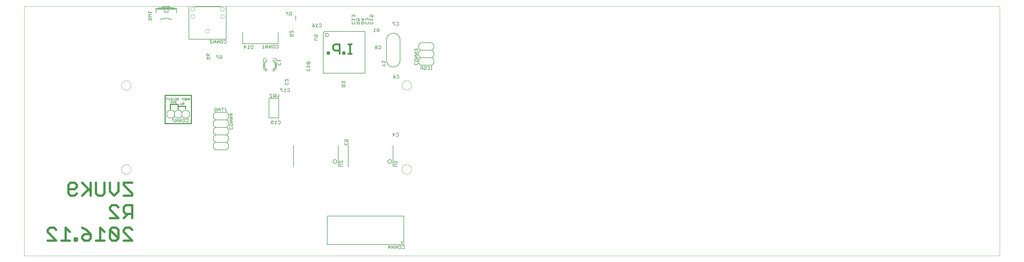
<source format=gbo>
G75*
%MOIN*%
%OFA0B0*%
%FSLAX25Y25*%
%IPPOS*%
%LPD*%
%AMOC8*
5,1,8,0,0,1.08239X$1,22.5*
%
%ADD10C,0.00000*%
%ADD11C,0.03000*%
%ADD12C,0.00800*%
%ADD13C,0.00500*%
%ADD14C,0.01200*%
%ADD15C,0.02300*%
%ADD16C,0.00060*%
%ADD17C,0.00600*%
D10*
X0001500Y0002000D02*
X0001500Y0335000D01*
X1301000Y0335000D01*
X1301000Y0002000D01*
X0001500Y0002000D01*
X0130749Y0117346D02*
X0130751Y0117504D01*
X0130757Y0117662D01*
X0130767Y0117820D01*
X0130781Y0117978D01*
X0130799Y0118135D01*
X0130820Y0118292D01*
X0130846Y0118448D01*
X0130876Y0118604D01*
X0130909Y0118759D01*
X0130947Y0118912D01*
X0130988Y0119065D01*
X0131033Y0119217D01*
X0131082Y0119368D01*
X0131135Y0119517D01*
X0131191Y0119665D01*
X0131251Y0119811D01*
X0131315Y0119956D01*
X0131383Y0120099D01*
X0131454Y0120241D01*
X0131528Y0120381D01*
X0131606Y0120518D01*
X0131688Y0120654D01*
X0131772Y0120788D01*
X0131861Y0120919D01*
X0131952Y0121048D01*
X0132047Y0121175D01*
X0132144Y0121300D01*
X0132245Y0121422D01*
X0132349Y0121541D01*
X0132456Y0121658D01*
X0132566Y0121772D01*
X0132679Y0121883D01*
X0132794Y0121992D01*
X0132912Y0122097D01*
X0133033Y0122199D01*
X0133156Y0122299D01*
X0133282Y0122395D01*
X0133410Y0122488D01*
X0133540Y0122578D01*
X0133673Y0122664D01*
X0133808Y0122748D01*
X0133944Y0122827D01*
X0134083Y0122904D01*
X0134224Y0122976D01*
X0134366Y0123046D01*
X0134510Y0123111D01*
X0134656Y0123173D01*
X0134803Y0123231D01*
X0134952Y0123286D01*
X0135102Y0123337D01*
X0135253Y0123384D01*
X0135405Y0123427D01*
X0135558Y0123466D01*
X0135713Y0123502D01*
X0135868Y0123533D01*
X0136024Y0123561D01*
X0136180Y0123585D01*
X0136337Y0123605D01*
X0136495Y0123621D01*
X0136652Y0123633D01*
X0136811Y0123641D01*
X0136969Y0123645D01*
X0137127Y0123645D01*
X0137285Y0123641D01*
X0137444Y0123633D01*
X0137601Y0123621D01*
X0137759Y0123605D01*
X0137916Y0123585D01*
X0138072Y0123561D01*
X0138228Y0123533D01*
X0138383Y0123502D01*
X0138538Y0123466D01*
X0138691Y0123427D01*
X0138843Y0123384D01*
X0138994Y0123337D01*
X0139144Y0123286D01*
X0139293Y0123231D01*
X0139440Y0123173D01*
X0139586Y0123111D01*
X0139730Y0123046D01*
X0139872Y0122976D01*
X0140013Y0122904D01*
X0140152Y0122827D01*
X0140288Y0122748D01*
X0140423Y0122664D01*
X0140556Y0122578D01*
X0140686Y0122488D01*
X0140814Y0122395D01*
X0140940Y0122299D01*
X0141063Y0122199D01*
X0141184Y0122097D01*
X0141302Y0121992D01*
X0141417Y0121883D01*
X0141530Y0121772D01*
X0141640Y0121658D01*
X0141747Y0121541D01*
X0141851Y0121422D01*
X0141952Y0121300D01*
X0142049Y0121175D01*
X0142144Y0121048D01*
X0142235Y0120919D01*
X0142324Y0120788D01*
X0142408Y0120654D01*
X0142490Y0120518D01*
X0142568Y0120381D01*
X0142642Y0120241D01*
X0142713Y0120099D01*
X0142781Y0119956D01*
X0142845Y0119811D01*
X0142905Y0119665D01*
X0142961Y0119517D01*
X0143014Y0119368D01*
X0143063Y0119217D01*
X0143108Y0119065D01*
X0143149Y0118912D01*
X0143187Y0118759D01*
X0143220Y0118604D01*
X0143250Y0118448D01*
X0143276Y0118292D01*
X0143297Y0118135D01*
X0143315Y0117978D01*
X0143329Y0117820D01*
X0143339Y0117662D01*
X0143345Y0117504D01*
X0143347Y0117346D01*
X0143345Y0117188D01*
X0143339Y0117030D01*
X0143329Y0116872D01*
X0143315Y0116714D01*
X0143297Y0116557D01*
X0143276Y0116400D01*
X0143250Y0116244D01*
X0143220Y0116088D01*
X0143187Y0115933D01*
X0143149Y0115780D01*
X0143108Y0115627D01*
X0143063Y0115475D01*
X0143014Y0115324D01*
X0142961Y0115175D01*
X0142905Y0115027D01*
X0142845Y0114881D01*
X0142781Y0114736D01*
X0142713Y0114593D01*
X0142642Y0114451D01*
X0142568Y0114311D01*
X0142490Y0114174D01*
X0142408Y0114038D01*
X0142324Y0113904D01*
X0142235Y0113773D01*
X0142144Y0113644D01*
X0142049Y0113517D01*
X0141952Y0113392D01*
X0141851Y0113270D01*
X0141747Y0113151D01*
X0141640Y0113034D01*
X0141530Y0112920D01*
X0141417Y0112809D01*
X0141302Y0112700D01*
X0141184Y0112595D01*
X0141063Y0112493D01*
X0140940Y0112393D01*
X0140814Y0112297D01*
X0140686Y0112204D01*
X0140556Y0112114D01*
X0140423Y0112028D01*
X0140288Y0111944D01*
X0140152Y0111865D01*
X0140013Y0111788D01*
X0139872Y0111716D01*
X0139730Y0111646D01*
X0139586Y0111581D01*
X0139440Y0111519D01*
X0139293Y0111461D01*
X0139144Y0111406D01*
X0138994Y0111355D01*
X0138843Y0111308D01*
X0138691Y0111265D01*
X0138538Y0111226D01*
X0138383Y0111190D01*
X0138228Y0111159D01*
X0138072Y0111131D01*
X0137916Y0111107D01*
X0137759Y0111087D01*
X0137601Y0111071D01*
X0137444Y0111059D01*
X0137285Y0111051D01*
X0137127Y0111047D01*
X0136969Y0111047D01*
X0136811Y0111051D01*
X0136652Y0111059D01*
X0136495Y0111071D01*
X0136337Y0111087D01*
X0136180Y0111107D01*
X0136024Y0111131D01*
X0135868Y0111159D01*
X0135713Y0111190D01*
X0135558Y0111226D01*
X0135405Y0111265D01*
X0135253Y0111308D01*
X0135102Y0111355D01*
X0134952Y0111406D01*
X0134803Y0111461D01*
X0134656Y0111519D01*
X0134510Y0111581D01*
X0134366Y0111646D01*
X0134224Y0111716D01*
X0134083Y0111788D01*
X0133944Y0111865D01*
X0133808Y0111944D01*
X0133673Y0112028D01*
X0133540Y0112114D01*
X0133410Y0112204D01*
X0133282Y0112297D01*
X0133156Y0112393D01*
X0133033Y0112493D01*
X0132912Y0112595D01*
X0132794Y0112700D01*
X0132679Y0112809D01*
X0132566Y0112920D01*
X0132456Y0113034D01*
X0132349Y0113151D01*
X0132245Y0113270D01*
X0132144Y0113392D01*
X0132047Y0113517D01*
X0131952Y0113644D01*
X0131861Y0113773D01*
X0131772Y0113904D01*
X0131688Y0114038D01*
X0131606Y0114174D01*
X0131528Y0114311D01*
X0131454Y0114451D01*
X0131383Y0114593D01*
X0131315Y0114736D01*
X0131251Y0114881D01*
X0131191Y0115027D01*
X0131135Y0115175D01*
X0131082Y0115324D01*
X0131033Y0115475D01*
X0130988Y0115627D01*
X0130947Y0115780D01*
X0130909Y0115933D01*
X0130876Y0116088D01*
X0130846Y0116244D01*
X0130820Y0116400D01*
X0130799Y0116557D01*
X0130781Y0116714D01*
X0130767Y0116872D01*
X0130757Y0117030D01*
X0130751Y0117188D01*
X0130749Y0117346D01*
X0504578Y0117346D02*
X0504580Y0117504D01*
X0504586Y0117662D01*
X0504596Y0117820D01*
X0504610Y0117978D01*
X0504628Y0118135D01*
X0504649Y0118292D01*
X0504675Y0118448D01*
X0504705Y0118604D01*
X0504738Y0118759D01*
X0504776Y0118912D01*
X0504817Y0119065D01*
X0504862Y0119217D01*
X0504911Y0119368D01*
X0504964Y0119517D01*
X0505020Y0119665D01*
X0505080Y0119811D01*
X0505144Y0119956D01*
X0505212Y0120099D01*
X0505283Y0120241D01*
X0505357Y0120381D01*
X0505435Y0120518D01*
X0505517Y0120654D01*
X0505601Y0120788D01*
X0505690Y0120919D01*
X0505781Y0121048D01*
X0505876Y0121175D01*
X0505973Y0121300D01*
X0506074Y0121422D01*
X0506178Y0121541D01*
X0506285Y0121658D01*
X0506395Y0121772D01*
X0506508Y0121883D01*
X0506623Y0121992D01*
X0506741Y0122097D01*
X0506862Y0122199D01*
X0506985Y0122299D01*
X0507111Y0122395D01*
X0507239Y0122488D01*
X0507369Y0122578D01*
X0507502Y0122664D01*
X0507637Y0122748D01*
X0507773Y0122827D01*
X0507912Y0122904D01*
X0508053Y0122976D01*
X0508195Y0123046D01*
X0508339Y0123111D01*
X0508485Y0123173D01*
X0508632Y0123231D01*
X0508781Y0123286D01*
X0508931Y0123337D01*
X0509082Y0123384D01*
X0509234Y0123427D01*
X0509387Y0123466D01*
X0509542Y0123502D01*
X0509697Y0123533D01*
X0509853Y0123561D01*
X0510009Y0123585D01*
X0510166Y0123605D01*
X0510324Y0123621D01*
X0510481Y0123633D01*
X0510640Y0123641D01*
X0510798Y0123645D01*
X0510956Y0123645D01*
X0511114Y0123641D01*
X0511273Y0123633D01*
X0511430Y0123621D01*
X0511588Y0123605D01*
X0511745Y0123585D01*
X0511901Y0123561D01*
X0512057Y0123533D01*
X0512212Y0123502D01*
X0512367Y0123466D01*
X0512520Y0123427D01*
X0512672Y0123384D01*
X0512823Y0123337D01*
X0512973Y0123286D01*
X0513122Y0123231D01*
X0513269Y0123173D01*
X0513415Y0123111D01*
X0513559Y0123046D01*
X0513701Y0122976D01*
X0513842Y0122904D01*
X0513981Y0122827D01*
X0514117Y0122748D01*
X0514252Y0122664D01*
X0514385Y0122578D01*
X0514515Y0122488D01*
X0514643Y0122395D01*
X0514769Y0122299D01*
X0514892Y0122199D01*
X0515013Y0122097D01*
X0515131Y0121992D01*
X0515246Y0121883D01*
X0515359Y0121772D01*
X0515469Y0121658D01*
X0515576Y0121541D01*
X0515680Y0121422D01*
X0515781Y0121300D01*
X0515878Y0121175D01*
X0515973Y0121048D01*
X0516064Y0120919D01*
X0516153Y0120788D01*
X0516237Y0120654D01*
X0516319Y0120518D01*
X0516397Y0120381D01*
X0516471Y0120241D01*
X0516542Y0120099D01*
X0516610Y0119956D01*
X0516674Y0119811D01*
X0516734Y0119665D01*
X0516790Y0119517D01*
X0516843Y0119368D01*
X0516892Y0119217D01*
X0516937Y0119065D01*
X0516978Y0118912D01*
X0517016Y0118759D01*
X0517049Y0118604D01*
X0517079Y0118448D01*
X0517105Y0118292D01*
X0517126Y0118135D01*
X0517144Y0117978D01*
X0517158Y0117820D01*
X0517168Y0117662D01*
X0517174Y0117504D01*
X0517176Y0117346D01*
X0517174Y0117188D01*
X0517168Y0117030D01*
X0517158Y0116872D01*
X0517144Y0116714D01*
X0517126Y0116557D01*
X0517105Y0116400D01*
X0517079Y0116244D01*
X0517049Y0116088D01*
X0517016Y0115933D01*
X0516978Y0115780D01*
X0516937Y0115627D01*
X0516892Y0115475D01*
X0516843Y0115324D01*
X0516790Y0115175D01*
X0516734Y0115027D01*
X0516674Y0114881D01*
X0516610Y0114736D01*
X0516542Y0114593D01*
X0516471Y0114451D01*
X0516397Y0114311D01*
X0516319Y0114174D01*
X0516237Y0114038D01*
X0516153Y0113904D01*
X0516064Y0113773D01*
X0515973Y0113644D01*
X0515878Y0113517D01*
X0515781Y0113392D01*
X0515680Y0113270D01*
X0515576Y0113151D01*
X0515469Y0113034D01*
X0515359Y0112920D01*
X0515246Y0112809D01*
X0515131Y0112700D01*
X0515013Y0112595D01*
X0514892Y0112493D01*
X0514769Y0112393D01*
X0514643Y0112297D01*
X0514515Y0112204D01*
X0514385Y0112114D01*
X0514252Y0112028D01*
X0514117Y0111944D01*
X0513981Y0111865D01*
X0513842Y0111788D01*
X0513701Y0111716D01*
X0513559Y0111646D01*
X0513415Y0111581D01*
X0513269Y0111519D01*
X0513122Y0111461D01*
X0512973Y0111406D01*
X0512823Y0111355D01*
X0512672Y0111308D01*
X0512520Y0111265D01*
X0512367Y0111226D01*
X0512212Y0111190D01*
X0512057Y0111159D01*
X0511901Y0111131D01*
X0511745Y0111107D01*
X0511588Y0111087D01*
X0511430Y0111071D01*
X0511273Y0111059D01*
X0511114Y0111051D01*
X0510956Y0111047D01*
X0510798Y0111047D01*
X0510640Y0111051D01*
X0510481Y0111059D01*
X0510324Y0111071D01*
X0510166Y0111087D01*
X0510009Y0111107D01*
X0509853Y0111131D01*
X0509697Y0111159D01*
X0509542Y0111190D01*
X0509387Y0111226D01*
X0509234Y0111265D01*
X0509082Y0111308D01*
X0508931Y0111355D01*
X0508781Y0111406D01*
X0508632Y0111461D01*
X0508485Y0111519D01*
X0508339Y0111581D01*
X0508195Y0111646D01*
X0508053Y0111716D01*
X0507912Y0111788D01*
X0507773Y0111865D01*
X0507637Y0111944D01*
X0507502Y0112028D01*
X0507369Y0112114D01*
X0507239Y0112204D01*
X0507111Y0112297D01*
X0506985Y0112393D01*
X0506862Y0112493D01*
X0506741Y0112595D01*
X0506623Y0112700D01*
X0506508Y0112809D01*
X0506395Y0112920D01*
X0506285Y0113034D01*
X0506178Y0113151D01*
X0506074Y0113270D01*
X0505973Y0113392D01*
X0505876Y0113517D01*
X0505781Y0113644D01*
X0505690Y0113773D01*
X0505601Y0113904D01*
X0505517Y0114038D01*
X0505435Y0114174D01*
X0505357Y0114311D01*
X0505283Y0114451D01*
X0505212Y0114593D01*
X0505144Y0114736D01*
X0505080Y0114881D01*
X0505020Y0115027D01*
X0504964Y0115175D01*
X0504911Y0115324D01*
X0504862Y0115475D01*
X0504817Y0115627D01*
X0504776Y0115780D01*
X0504738Y0115933D01*
X0504705Y0116088D01*
X0504675Y0116244D01*
X0504649Y0116400D01*
X0504628Y0116557D01*
X0504610Y0116714D01*
X0504596Y0116872D01*
X0504586Y0117030D01*
X0504580Y0117188D01*
X0504578Y0117346D01*
X0504578Y0229551D02*
X0504580Y0229709D01*
X0504586Y0229867D01*
X0504596Y0230025D01*
X0504610Y0230183D01*
X0504628Y0230340D01*
X0504649Y0230497D01*
X0504675Y0230653D01*
X0504705Y0230809D01*
X0504738Y0230964D01*
X0504776Y0231117D01*
X0504817Y0231270D01*
X0504862Y0231422D01*
X0504911Y0231573D01*
X0504964Y0231722D01*
X0505020Y0231870D01*
X0505080Y0232016D01*
X0505144Y0232161D01*
X0505212Y0232304D01*
X0505283Y0232446D01*
X0505357Y0232586D01*
X0505435Y0232723D01*
X0505517Y0232859D01*
X0505601Y0232993D01*
X0505690Y0233124D01*
X0505781Y0233253D01*
X0505876Y0233380D01*
X0505973Y0233505D01*
X0506074Y0233627D01*
X0506178Y0233746D01*
X0506285Y0233863D01*
X0506395Y0233977D01*
X0506508Y0234088D01*
X0506623Y0234197D01*
X0506741Y0234302D01*
X0506862Y0234404D01*
X0506985Y0234504D01*
X0507111Y0234600D01*
X0507239Y0234693D01*
X0507369Y0234783D01*
X0507502Y0234869D01*
X0507637Y0234953D01*
X0507773Y0235032D01*
X0507912Y0235109D01*
X0508053Y0235181D01*
X0508195Y0235251D01*
X0508339Y0235316D01*
X0508485Y0235378D01*
X0508632Y0235436D01*
X0508781Y0235491D01*
X0508931Y0235542D01*
X0509082Y0235589D01*
X0509234Y0235632D01*
X0509387Y0235671D01*
X0509542Y0235707D01*
X0509697Y0235738D01*
X0509853Y0235766D01*
X0510009Y0235790D01*
X0510166Y0235810D01*
X0510324Y0235826D01*
X0510481Y0235838D01*
X0510640Y0235846D01*
X0510798Y0235850D01*
X0510956Y0235850D01*
X0511114Y0235846D01*
X0511273Y0235838D01*
X0511430Y0235826D01*
X0511588Y0235810D01*
X0511745Y0235790D01*
X0511901Y0235766D01*
X0512057Y0235738D01*
X0512212Y0235707D01*
X0512367Y0235671D01*
X0512520Y0235632D01*
X0512672Y0235589D01*
X0512823Y0235542D01*
X0512973Y0235491D01*
X0513122Y0235436D01*
X0513269Y0235378D01*
X0513415Y0235316D01*
X0513559Y0235251D01*
X0513701Y0235181D01*
X0513842Y0235109D01*
X0513981Y0235032D01*
X0514117Y0234953D01*
X0514252Y0234869D01*
X0514385Y0234783D01*
X0514515Y0234693D01*
X0514643Y0234600D01*
X0514769Y0234504D01*
X0514892Y0234404D01*
X0515013Y0234302D01*
X0515131Y0234197D01*
X0515246Y0234088D01*
X0515359Y0233977D01*
X0515469Y0233863D01*
X0515576Y0233746D01*
X0515680Y0233627D01*
X0515781Y0233505D01*
X0515878Y0233380D01*
X0515973Y0233253D01*
X0516064Y0233124D01*
X0516153Y0232993D01*
X0516237Y0232859D01*
X0516319Y0232723D01*
X0516397Y0232586D01*
X0516471Y0232446D01*
X0516542Y0232304D01*
X0516610Y0232161D01*
X0516674Y0232016D01*
X0516734Y0231870D01*
X0516790Y0231722D01*
X0516843Y0231573D01*
X0516892Y0231422D01*
X0516937Y0231270D01*
X0516978Y0231117D01*
X0517016Y0230964D01*
X0517049Y0230809D01*
X0517079Y0230653D01*
X0517105Y0230497D01*
X0517126Y0230340D01*
X0517144Y0230183D01*
X0517158Y0230025D01*
X0517168Y0229867D01*
X0517174Y0229709D01*
X0517176Y0229551D01*
X0517174Y0229393D01*
X0517168Y0229235D01*
X0517158Y0229077D01*
X0517144Y0228919D01*
X0517126Y0228762D01*
X0517105Y0228605D01*
X0517079Y0228449D01*
X0517049Y0228293D01*
X0517016Y0228138D01*
X0516978Y0227985D01*
X0516937Y0227832D01*
X0516892Y0227680D01*
X0516843Y0227529D01*
X0516790Y0227380D01*
X0516734Y0227232D01*
X0516674Y0227086D01*
X0516610Y0226941D01*
X0516542Y0226798D01*
X0516471Y0226656D01*
X0516397Y0226516D01*
X0516319Y0226379D01*
X0516237Y0226243D01*
X0516153Y0226109D01*
X0516064Y0225978D01*
X0515973Y0225849D01*
X0515878Y0225722D01*
X0515781Y0225597D01*
X0515680Y0225475D01*
X0515576Y0225356D01*
X0515469Y0225239D01*
X0515359Y0225125D01*
X0515246Y0225014D01*
X0515131Y0224905D01*
X0515013Y0224800D01*
X0514892Y0224698D01*
X0514769Y0224598D01*
X0514643Y0224502D01*
X0514515Y0224409D01*
X0514385Y0224319D01*
X0514252Y0224233D01*
X0514117Y0224149D01*
X0513981Y0224070D01*
X0513842Y0223993D01*
X0513701Y0223921D01*
X0513559Y0223851D01*
X0513415Y0223786D01*
X0513269Y0223724D01*
X0513122Y0223666D01*
X0512973Y0223611D01*
X0512823Y0223560D01*
X0512672Y0223513D01*
X0512520Y0223470D01*
X0512367Y0223431D01*
X0512212Y0223395D01*
X0512057Y0223364D01*
X0511901Y0223336D01*
X0511745Y0223312D01*
X0511588Y0223292D01*
X0511430Y0223276D01*
X0511273Y0223264D01*
X0511114Y0223256D01*
X0510956Y0223252D01*
X0510798Y0223252D01*
X0510640Y0223256D01*
X0510481Y0223264D01*
X0510324Y0223276D01*
X0510166Y0223292D01*
X0510009Y0223312D01*
X0509853Y0223336D01*
X0509697Y0223364D01*
X0509542Y0223395D01*
X0509387Y0223431D01*
X0509234Y0223470D01*
X0509082Y0223513D01*
X0508931Y0223560D01*
X0508781Y0223611D01*
X0508632Y0223666D01*
X0508485Y0223724D01*
X0508339Y0223786D01*
X0508195Y0223851D01*
X0508053Y0223921D01*
X0507912Y0223993D01*
X0507773Y0224070D01*
X0507637Y0224149D01*
X0507502Y0224233D01*
X0507369Y0224319D01*
X0507239Y0224409D01*
X0507111Y0224502D01*
X0506985Y0224598D01*
X0506862Y0224698D01*
X0506741Y0224800D01*
X0506623Y0224905D01*
X0506508Y0225014D01*
X0506395Y0225125D01*
X0506285Y0225239D01*
X0506178Y0225356D01*
X0506074Y0225475D01*
X0505973Y0225597D01*
X0505876Y0225722D01*
X0505781Y0225849D01*
X0505690Y0225978D01*
X0505601Y0226109D01*
X0505517Y0226243D01*
X0505435Y0226379D01*
X0505357Y0226516D01*
X0505283Y0226656D01*
X0505212Y0226798D01*
X0505144Y0226941D01*
X0505080Y0227086D01*
X0505020Y0227232D01*
X0504964Y0227380D01*
X0504911Y0227529D01*
X0504862Y0227680D01*
X0504817Y0227832D01*
X0504776Y0227985D01*
X0504738Y0228138D01*
X0504705Y0228293D01*
X0504675Y0228449D01*
X0504649Y0228605D01*
X0504628Y0228762D01*
X0504610Y0228919D01*
X0504596Y0229077D01*
X0504586Y0229235D01*
X0504580Y0229393D01*
X0504578Y0229551D01*
X0242941Y0301783D02*
X0242943Y0301884D01*
X0242949Y0301985D01*
X0242959Y0302086D01*
X0242973Y0302186D01*
X0242991Y0302285D01*
X0243013Y0302384D01*
X0243038Y0302482D01*
X0243068Y0302579D01*
X0243101Y0302674D01*
X0243138Y0302768D01*
X0243179Y0302861D01*
X0243223Y0302952D01*
X0243271Y0303041D01*
X0243323Y0303128D01*
X0243378Y0303213D01*
X0243436Y0303295D01*
X0243497Y0303376D01*
X0243562Y0303454D01*
X0243629Y0303529D01*
X0243699Y0303601D01*
X0243773Y0303671D01*
X0243849Y0303738D01*
X0243927Y0303802D01*
X0244008Y0303862D01*
X0244091Y0303919D01*
X0244177Y0303973D01*
X0244265Y0304024D01*
X0244354Y0304071D01*
X0244445Y0304115D01*
X0244538Y0304154D01*
X0244633Y0304191D01*
X0244728Y0304223D01*
X0244825Y0304252D01*
X0244924Y0304276D01*
X0245022Y0304297D01*
X0245122Y0304314D01*
X0245222Y0304327D01*
X0245323Y0304336D01*
X0245424Y0304341D01*
X0245525Y0304342D01*
X0245626Y0304339D01*
X0245727Y0304332D01*
X0245828Y0304321D01*
X0245928Y0304306D01*
X0246027Y0304287D01*
X0246126Y0304264D01*
X0246223Y0304238D01*
X0246320Y0304207D01*
X0246415Y0304173D01*
X0246508Y0304135D01*
X0246601Y0304093D01*
X0246691Y0304048D01*
X0246780Y0303999D01*
X0246866Y0303947D01*
X0246950Y0303891D01*
X0247033Y0303832D01*
X0247112Y0303770D01*
X0247190Y0303705D01*
X0247264Y0303637D01*
X0247336Y0303565D01*
X0247405Y0303492D01*
X0247471Y0303415D01*
X0247534Y0303336D01*
X0247594Y0303254D01*
X0247650Y0303170D01*
X0247703Y0303084D01*
X0247753Y0302996D01*
X0247799Y0302906D01*
X0247842Y0302815D01*
X0247881Y0302721D01*
X0247916Y0302626D01*
X0247947Y0302530D01*
X0247975Y0302433D01*
X0247999Y0302335D01*
X0248019Y0302236D01*
X0248035Y0302136D01*
X0248047Y0302035D01*
X0248055Y0301935D01*
X0248059Y0301834D01*
X0248059Y0301732D01*
X0248055Y0301631D01*
X0248047Y0301531D01*
X0248035Y0301430D01*
X0248019Y0301330D01*
X0247999Y0301231D01*
X0247975Y0301133D01*
X0247947Y0301036D01*
X0247916Y0300940D01*
X0247881Y0300845D01*
X0247842Y0300751D01*
X0247799Y0300660D01*
X0247753Y0300570D01*
X0247703Y0300482D01*
X0247650Y0300396D01*
X0247594Y0300312D01*
X0247534Y0300230D01*
X0247471Y0300151D01*
X0247405Y0300074D01*
X0247336Y0300001D01*
X0247264Y0299929D01*
X0247190Y0299861D01*
X0247112Y0299796D01*
X0247033Y0299734D01*
X0246950Y0299675D01*
X0246866Y0299619D01*
X0246779Y0299567D01*
X0246691Y0299518D01*
X0246601Y0299473D01*
X0246508Y0299431D01*
X0246415Y0299393D01*
X0246320Y0299359D01*
X0246223Y0299328D01*
X0246126Y0299302D01*
X0246027Y0299279D01*
X0245928Y0299260D01*
X0245828Y0299245D01*
X0245727Y0299234D01*
X0245626Y0299227D01*
X0245525Y0299224D01*
X0245424Y0299225D01*
X0245323Y0299230D01*
X0245222Y0299239D01*
X0245122Y0299252D01*
X0245022Y0299269D01*
X0244924Y0299290D01*
X0244825Y0299314D01*
X0244728Y0299343D01*
X0244633Y0299375D01*
X0244538Y0299412D01*
X0244445Y0299451D01*
X0244354Y0299495D01*
X0244265Y0299542D01*
X0244177Y0299593D01*
X0244091Y0299647D01*
X0244008Y0299704D01*
X0243927Y0299764D01*
X0243849Y0299828D01*
X0243773Y0299895D01*
X0243699Y0299965D01*
X0243629Y0300037D01*
X0243562Y0300112D01*
X0243497Y0300190D01*
X0243436Y0300271D01*
X0243378Y0300353D01*
X0243323Y0300438D01*
X0243271Y0300525D01*
X0243223Y0300614D01*
X0243179Y0300705D01*
X0243138Y0300798D01*
X0243101Y0300892D01*
X0243068Y0300987D01*
X0243038Y0301084D01*
X0243013Y0301182D01*
X0242991Y0301281D01*
X0242973Y0301380D01*
X0242959Y0301480D01*
X0242949Y0301581D01*
X0242943Y0301682D01*
X0242941Y0301783D01*
X0223256Y0321469D02*
X0223258Y0321570D01*
X0223264Y0321671D01*
X0223274Y0321772D01*
X0223288Y0321872D01*
X0223306Y0321971D01*
X0223328Y0322070D01*
X0223353Y0322168D01*
X0223383Y0322265D01*
X0223416Y0322360D01*
X0223453Y0322454D01*
X0223494Y0322547D01*
X0223538Y0322638D01*
X0223586Y0322727D01*
X0223638Y0322814D01*
X0223693Y0322899D01*
X0223751Y0322981D01*
X0223812Y0323062D01*
X0223877Y0323140D01*
X0223944Y0323215D01*
X0224014Y0323287D01*
X0224088Y0323357D01*
X0224164Y0323424D01*
X0224242Y0323488D01*
X0224323Y0323548D01*
X0224406Y0323605D01*
X0224492Y0323659D01*
X0224580Y0323710D01*
X0224669Y0323757D01*
X0224760Y0323801D01*
X0224853Y0323840D01*
X0224948Y0323877D01*
X0225043Y0323909D01*
X0225140Y0323938D01*
X0225239Y0323962D01*
X0225337Y0323983D01*
X0225437Y0324000D01*
X0225537Y0324013D01*
X0225638Y0324022D01*
X0225739Y0324027D01*
X0225840Y0324028D01*
X0225941Y0324025D01*
X0226042Y0324018D01*
X0226143Y0324007D01*
X0226243Y0323992D01*
X0226342Y0323973D01*
X0226441Y0323950D01*
X0226538Y0323924D01*
X0226635Y0323893D01*
X0226730Y0323859D01*
X0226823Y0323821D01*
X0226916Y0323779D01*
X0227006Y0323734D01*
X0227095Y0323685D01*
X0227181Y0323633D01*
X0227265Y0323577D01*
X0227348Y0323518D01*
X0227427Y0323456D01*
X0227505Y0323391D01*
X0227579Y0323323D01*
X0227651Y0323251D01*
X0227720Y0323178D01*
X0227786Y0323101D01*
X0227849Y0323022D01*
X0227909Y0322940D01*
X0227965Y0322856D01*
X0228018Y0322770D01*
X0228068Y0322682D01*
X0228114Y0322592D01*
X0228157Y0322501D01*
X0228196Y0322407D01*
X0228231Y0322312D01*
X0228262Y0322216D01*
X0228290Y0322119D01*
X0228314Y0322021D01*
X0228334Y0321922D01*
X0228350Y0321822D01*
X0228362Y0321721D01*
X0228370Y0321621D01*
X0228374Y0321520D01*
X0228374Y0321418D01*
X0228370Y0321317D01*
X0228362Y0321217D01*
X0228350Y0321116D01*
X0228334Y0321016D01*
X0228314Y0320917D01*
X0228290Y0320819D01*
X0228262Y0320722D01*
X0228231Y0320626D01*
X0228196Y0320531D01*
X0228157Y0320437D01*
X0228114Y0320346D01*
X0228068Y0320256D01*
X0228018Y0320168D01*
X0227965Y0320082D01*
X0227909Y0319998D01*
X0227849Y0319916D01*
X0227786Y0319837D01*
X0227720Y0319760D01*
X0227651Y0319687D01*
X0227579Y0319615D01*
X0227505Y0319547D01*
X0227427Y0319482D01*
X0227348Y0319420D01*
X0227265Y0319361D01*
X0227181Y0319305D01*
X0227094Y0319253D01*
X0227006Y0319204D01*
X0226916Y0319159D01*
X0226823Y0319117D01*
X0226730Y0319079D01*
X0226635Y0319045D01*
X0226538Y0319014D01*
X0226441Y0318988D01*
X0226342Y0318965D01*
X0226243Y0318946D01*
X0226143Y0318931D01*
X0226042Y0318920D01*
X0225941Y0318913D01*
X0225840Y0318910D01*
X0225739Y0318911D01*
X0225638Y0318916D01*
X0225537Y0318925D01*
X0225437Y0318938D01*
X0225337Y0318955D01*
X0225239Y0318976D01*
X0225140Y0319000D01*
X0225043Y0319029D01*
X0224948Y0319061D01*
X0224853Y0319098D01*
X0224760Y0319137D01*
X0224669Y0319181D01*
X0224580Y0319228D01*
X0224492Y0319279D01*
X0224406Y0319333D01*
X0224323Y0319390D01*
X0224242Y0319450D01*
X0224164Y0319514D01*
X0224088Y0319581D01*
X0224014Y0319651D01*
X0223944Y0319723D01*
X0223877Y0319798D01*
X0223812Y0319876D01*
X0223751Y0319957D01*
X0223693Y0320039D01*
X0223638Y0320124D01*
X0223586Y0320211D01*
X0223538Y0320300D01*
X0223494Y0320391D01*
X0223453Y0320484D01*
X0223416Y0320578D01*
X0223383Y0320673D01*
X0223353Y0320770D01*
X0223328Y0320868D01*
X0223306Y0320967D01*
X0223288Y0321066D01*
X0223274Y0321166D01*
X0223264Y0321267D01*
X0223258Y0321368D01*
X0223256Y0321469D01*
X0223256Y0331311D02*
X0223258Y0331412D01*
X0223264Y0331513D01*
X0223274Y0331614D01*
X0223288Y0331714D01*
X0223306Y0331813D01*
X0223328Y0331912D01*
X0223353Y0332010D01*
X0223383Y0332107D01*
X0223416Y0332202D01*
X0223453Y0332296D01*
X0223494Y0332389D01*
X0223538Y0332480D01*
X0223586Y0332569D01*
X0223638Y0332656D01*
X0223693Y0332741D01*
X0223751Y0332823D01*
X0223812Y0332904D01*
X0223877Y0332982D01*
X0223944Y0333057D01*
X0224014Y0333129D01*
X0224088Y0333199D01*
X0224164Y0333266D01*
X0224242Y0333330D01*
X0224323Y0333390D01*
X0224406Y0333447D01*
X0224492Y0333501D01*
X0224580Y0333552D01*
X0224669Y0333599D01*
X0224760Y0333643D01*
X0224853Y0333682D01*
X0224948Y0333719D01*
X0225043Y0333751D01*
X0225140Y0333780D01*
X0225239Y0333804D01*
X0225337Y0333825D01*
X0225437Y0333842D01*
X0225537Y0333855D01*
X0225638Y0333864D01*
X0225739Y0333869D01*
X0225840Y0333870D01*
X0225941Y0333867D01*
X0226042Y0333860D01*
X0226143Y0333849D01*
X0226243Y0333834D01*
X0226342Y0333815D01*
X0226441Y0333792D01*
X0226538Y0333766D01*
X0226635Y0333735D01*
X0226730Y0333701D01*
X0226823Y0333663D01*
X0226916Y0333621D01*
X0227006Y0333576D01*
X0227095Y0333527D01*
X0227181Y0333475D01*
X0227265Y0333419D01*
X0227348Y0333360D01*
X0227427Y0333298D01*
X0227505Y0333233D01*
X0227579Y0333165D01*
X0227651Y0333093D01*
X0227720Y0333020D01*
X0227786Y0332943D01*
X0227849Y0332864D01*
X0227909Y0332782D01*
X0227965Y0332698D01*
X0228018Y0332612D01*
X0228068Y0332524D01*
X0228114Y0332434D01*
X0228157Y0332343D01*
X0228196Y0332249D01*
X0228231Y0332154D01*
X0228262Y0332058D01*
X0228290Y0331961D01*
X0228314Y0331863D01*
X0228334Y0331764D01*
X0228350Y0331664D01*
X0228362Y0331563D01*
X0228370Y0331463D01*
X0228374Y0331362D01*
X0228374Y0331260D01*
X0228370Y0331159D01*
X0228362Y0331059D01*
X0228350Y0330958D01*
X0228334Y0330858D01*
X0228314Y0330759D01*
X0228290Y0330661D01*
X0228262Y0330564D01*
X0228231Y0330468D01*
X0228196Y0330373D01*
X0228157Y0330279D01*
X0228114Y0330188D01*
X0228068Y0330098D01*
X0228018Y0330010D01*
X0227965Y0329924D01*
X0227909Y0329840D01*
X0227849Y0329758D01*
X0227786Y0329679D01*
X0227720Y0329602D01*
X0227651Y0329529D01*
X0227579Y0329457D01*
X0227505Y0329389D01*
X0227427Y0329324D01*
X0227348Y0329262D01*
X0227265Y0329203D01*
X0227181Y0329147D01*
X0227094Y0329095D01*
X0227006Y0329046D01*
X0226916Y0329001D01*
X0226823Y0328959D01*
X0226730Y0328921D01*
X0226635Y0328887D01*
X0226538Y0328856D01*
X0226441Y0328830D01*
X0226342Y0328807D01*
X0226243Y0328788D01*
X0226143Y0328773D01*
X0226042Y0328762D01*
X0225941Y0328755D01*
X0225840Y0328752D01*
X0225739Y0328753D01*
X0225638Y0328758D01*
X0225537Y0328767D01*
X0225437Y0328780D01*
X0225337Y0328797D01*
X0225239Y0328818D01*
X0225140Y0328842D01*
X0225043Y0328871D01*
X0224948Y0328903D01*
X0224853Y0328940D01*
X0224760Y0328979D01*
X0224669Y0329023D01*
X0224580Y0329070D01*
X0224492Y0329121D01*
X0224406Y0329175D01*
X0224323Y0329232D01*
X0224242Y0329292D01*
X0224164Y0329356D01*
X0224088Y0329423D01*
X0224014Y0329493D01*
X0223944Y0329565D01*
X0223877Y0329640D01*
X0223812Y0329718D01*
X0223751Y0329799D01*
X0223693Y0329881D01*
X0223638Y0329966D01*
X0223586Y0330053D01*
X0223538Y0330142D01*
X0223494Y0330233D01*
X0223453Y0330326D01*
X0223416Y0330420D01*
X0223383Y0330515D01*
X0223353Y0330612D01*
X0223328Y0330710D01*
X0223306Y0330809D01*
X0223288Y0330908D01*
X0223274Y0331008D01*
X0223264Y0331109D01*
X0223258Y0331210D01*
X0223256Y0331311D01*
X0262626Y0331311D02*
X0262628Y0331412D01*
X0262634Y0331513D01*
X0262644Y0331614D01*
X0262658Y0331714D01*
X0262676Y0331813D01*
X0262698Y0331912D01*
X0262723Y0332010D01*
X0262753Y0332107D01*
X0262786Y0332202D01*
X0262823Y0332296D01*
X0262864Y0332389D01*
X0262908Y0332480D01*
X0262956Y0332569D01*
X0263008Y0332656D01*
X0263063Y0332741D01*
X0263121Y0332823D01*
X0263182Y0332904D01*
X0263247Y0332982D01*
X0263314Y0333057D01*
X0263384Y0333129D01*
X0263458Y0333199D01*
X0263534Y0333266D01*
X0263612Y0333330D01*
X0263693Y0333390D01*
X0263776Y0333447D01*
X0263862Y0333501D01*
X0263950Y0333552D01*
X0264039Y0333599D01*
X0264130Y0333643D01*
X0264223Y0333682D01*
X0264318Y0333719D01*
X0264413Y0333751D01*
X0264510Y0333780D01*
X0264609Y0333804D01*
X0264707Y0333825D01*
X0264807Y0333842D01*
X0264907Y0333855D01*
X0265008Y0333864D01*
X0265109Y0333869D01*
X0265210Y0333870D01*
X0265311Y0333867D01*
X0265412Y0333860D01*
X0265513Y0333849D01*
X0265613Y0333834D01*
X0265712Y0333815D01*
X0265811Y0333792D01*
X0265908Y0333766D01*
X0266005Y0333735D01*
X0266100Y0333701D01*
X0266193Y0333663D01*
X0266286Y0333621D01*
X0266376Y0333576D01*
X0266465Y0333527D01*
X0266551Y0333475D01*
X0266635Y0333419D01*
X0266718Y0333360D01*
X0266797Y0333298D01*
X0266875Y0333233D01*
X0266949Y0333165D01*
X0267021Y0333093D01*
X0267090Y0333020D01*
X0267156Y0332943D01*
X0267219Y0332864D01*
X0267279Y0332782D01*
X0267335Y0332698D01*
X0267388Y0332612D01*
X0267438Y0332524D01*
X0267484Y0332434D01*
X0267527Y0332343D01*
X0267566Y0332249D01*
X0267601Y0332154D01*
X0267632Y0332058D01*
X0267660Y0331961D01*
X0267684Y0331863D01*
X0267704Y0331764D01*
X0267720Y0331664D01*
X0267732Y0331563D01*
X0267740Y0331463D01*
X0267744Y0331362D01*
X0267744Y0331260D01*
X0267740Y0331159D01*
X0267732Y0331059D01*
X0267720Y0330958D01*
X0267704Y0330858D01*
X0267684Y0330759D01*
X0267660Y0330661D01*
X0267632Y0330564D01*
X0267601Y0330468D01*
X0267566Y0330373D01*
X0267527Y0330279D01*
X0267484Y0330188D01*
X0267438Y0330098D01*
X0267388Y0330010D01*
X0267335Y0329924D01*
X0267279Y0329840D01*
X0267219Y0329758D01*
X0267156Y0329679D01*
X0267090Y0329602D01*
X0267021Y0329529D01*
X0266949Y0329457D01*
X0266875Y0329389D01*
X0266797Y0329324D01*
X0266718Y0329262D01*
X0266635Y0329203D01*
X0266551Y0329147D01*
X0266464Y0329095D01*
X0266376Y0329046D01*
X0266286Y0329001D01*
X0266193Y0328959D01*
X0266100Y0328921D01*
X0266005Y0328887D01*
X0265908Y0328856D01*
X0265811Y0328830D01*
X0265712Y0328807D01*
X0265613Y0328788D01*
X0265513Y0328773D01*
X0265412Y0328762D01*
X0265311Y0328755D01*
X0265210Y0328752D01*
X0265109Y0328753D01*
X0265008Y0328758D01*
X0264907Y0328767D01*
X0264807Y0328780D01*
X0264707Y0328797D01*
X0264609Y0328818D01*
X0264510Y0328842D01*
X0264413Y0328871D01*
X0264318Y0328903D01*
X0264223Y0328940D01*
X0264130Y0328979D01*
X0264039Y0329023D01*
X0263950Y0329070D01*
X0263862Y0329121D01*
X0263776Y0329175D01*
X0263693Y0329232D01*
X0263612Y0329292D01*
X0263534Y0329356D01*
X0263458Y0329423D01*
X0263384Y0329493D01*
X0263314Y0329565D01*
X0263247Y0329640D01*
X0263182Y0329718D01*
X0263121Y0329799D01*
X0263063Y0329881D01*
X0263008Y0329966D01*
X0262956Y0330053D01*
X0262908Y0330142D01*
X0262864Y0330233D01*
X0262823Y0330326D01*
X0262786Y0330420D01*
X0262753Y0330515D01*
X0262723Y0330612D01*
X0262698Y0330710D01*
X0262676Y0330809D01*
X0262658Y0330908D01*
X0262644Y0331008D01*
X0262634Y0331109D01*
X0262628Y0331210D01*
X0262626Y0331311D01*
X0262626Y0321469D02*
X0262628Y0321570D01*
X0262634Y0321671D01*
X0262644Y0321772D01*
X0262658Y0321872D01*
X0262676Y0321971D01*
X0262698Y0322070D01*
X0262723Y0322168D01*
X0262753Y0322265D01*
X0262786Y0322360D01*
X0262823Y0322454D01*
X0262864Y0322547D01*
X0262908Y0322638D01*
X0262956Y0322727D01*
X0263008Y0322814D01*
X0263063Y0322899D01*
X0263121Y0322981D01*
X0263182Y0323062D01*
X0263247Y0323140D01*
X0263314Y0323215D01*
X0263384Y0323287D01*
X0263458Y0323357D01*
X0263534Y0323424D01*
X0263612Y0323488D01*
X0263693Y0323548D01*
X0263776Y0323605D01*
X0263862Y0323659D01*
X0263950Y0323710D01*
X0264039Y0323757D01*
X0264130Y0323801D01*
X0264223Y0323840D01*
X0264318Y0323877D01*
X0264413Y0323909D01*
X0264510Y0323938D01*
X0264609Y0323962D01*
X0264707Y0323983D01*
X0264807Y0324000D01*
X0264907Y0324013D01*
X0265008Y0324022D01*
X0265109Y0324027D01*
X0265210Y0324028D01*
X0265311Y0324025D01*
X0265412Y0324018D01*
X0265513Y0324007D01*
X0265613Y0323992D01*
X0265712Y0323973D01*
X0265811Y0323950D01*
X0265908Y0323924D01*
X0266005Y0323893D01*
X0266100Y0323859D01*
X0266193Y0323821D01*
X0266286Y0323779D01*
X0266376Y0323734D01*
X0266465Y0323685D01*
X0266551Y0323633D01*
X0266635Y0323577D01*
X0266718Y0323518D01*
X0266797Y0323456D01*
X0266875Y0323391D01*
X0266949Y0323323D01*
X0267021Y0323251D01*
X0267090Y0323178D01*
X0267156Y0323101D01*
X0267219Y0323022D01*
X0267279Y0322940D01*
X0267335Y0322856D01*
X0267388Y0322770D01*
X0267438Y0322682D01*
X0267484Y0322592D01*
X0267527Y0322501D01*
X0267566Y0322407D01*
X0267601Y0322312D01*
X0267632Y0322216D01*
X0267660Y0322119D01*
X0267684Y0322021D01*
X0267704Y0321922D01*
X0267720Y0321822D01*
X0267732Y0321721D01*
X0267740Y0321621D01*
X0267744Y0321520D01*
X0267744Y0321418D01*
X0267740Y0321317D01*
X0267732Y0321217D01*
X0267720Y0321116D01*
X0267704Y0321016D01*
X0267684Y0320917D01*
X0267660Y0320819D01*
X0267632Y0320722D01*
X0267601Y0320626D01*
X0267566Y0320531D01*
X0267527Y0320437D01*
X0267484Y0320346D01*
X0267438Y0320256D01*
X0267388Y0320168D01*
X0267335Y0320082D01*
X0267279Y0319998D01*
X0267219Y0319916D01*
X0267156Y0319837D01*
X0267090Y0319760D01*
X0267021Y0319687D01*
X0266949Y0319615D01*
X0266875Y0319547D01*
X0266797Y0319482D01*
X0266718Y0319420D01*
X0266635Y0319361D01*
X0266551Y0319305D01*
X0266464Y0319253D01*
X0266376Y0319204D01*
X0266286Y0319159D01*
X0266193Y0319117D01*
X0266100Y0319079D01*
X0266005Y0319045D01*
X0265908Y0319014D01*
X0265811Y0318988D01*
X0265712Y0318965D01*
X0265613Y0318946D01*
X0265513Y0318931D01*
X0265412Y0318920D01*
X0265311Y0318913D01*
X0265210Y0318910D01*
X0265109Y0318911D01*
X0265008Y0318916D01*
X0264907Y0318925D01*
X0264807Y0318938D01*
X0264707Y0318955D01*
X0264609Y0318976D01*
X0264510Y0319000D01*
X0264413Y0319029D01*
X0264318Y0319061D01*
X0264223Y0319098D01*
X0264130Y0319137D01*
X0264039Y0319181D01*
X0263950Y0319228D01*
X0263862Y0319279D01*
X0263776Y0319333D01*
X0263693Y0319390D01*
X0263612Y0319450D01*
X0263534Y0319514D01*
X0263458Y0319581D01*
X0263384Y0319651D01*
X0263314Y0319723D01*
X0263247Y0319798D01*
X0263182Y0319876D01*
X0263121Y0319957D01*
X0263063Y0320039D01*
X0263008Y0320124D01*
X0262956Y0320211D01*
X0262908Y0320300D01*
X0262864Y0320391D01*
X0262823Y0320484D01*
X0262786Y0320578D01*
X0262753Y0320673D01*
X0262723Y0320770D01*
X0262698Y0320868D01*
X0262676Y0320967D01*
X0262658Y0321066D01*
X0262644Y0321166D01*
X0262634Y0321267D01*
X0262628Y0321368D01*
X0262626Y0321469D01*
X0130703Y0229471D02*
X0130705Y0229629D01*
X0130711Y0229787D01*
X0130721Y0229945D01*
X0130735Y0230103D01*
X0130753Y0230260D01*
X0130774Y0230417D01*
X0130800Y0230573D01*
X0130830Y0230729D01*
X0130863Y0230884D01*
X0130901Y0231037D01*
X0130942Y0231190D01*
X0130987Y0231342D01*
X0131036Y0231493D01*
X0131089Y0231642D01*
X0131145Y0231790D01*
X0131205Y0231936D01*
X0131269Y0232081D01*
X0131337Y0232224D01*
X0131408Y0232366D01*
X0131482Y0232506D01*
X0131560Y0232643D01*
X0131642Y0232779D01*
X0131726Y0232913D01*
X0131815Y0233044D01*
X0131906Y0233173D01*
X0132001Y0233300D01*
X0132098Y0233425D01*
X0132199Y0233547D01*
X0132303Y0233666D01*
X0132410Y0233783D01*
X0132520Y0233897D01*
X0132633Y0234008D01*
X0132748Y0234117D01*
X0132866Y0234222D01*
X0132987Y0234324D01*
X0133110Y0234424D01*
X0133236Y0234520D01*
X0133364Y0234613D01*
X0133494Y0234703D01*
X0133627Y0234789D01*
X0133762Y0234873D01*
X0133898Y0234952D01*
X0134037Y0235029D01*
X0134178Y0235101D01*
X0134320Y0235171D01*
X0134464Y0235236D01*
X0134610Y0235298D01*
X0134757Y0235356D01*
X0134906Y0235411D01*
X0135056Y0235462D01*
X0135207Y0235509D01*
X0135359Y0235552D01*
X0135512Y0235591D01*
X0135667Y0235627D01*
X0135822Y0235658D01*
X0135978Y0235686D01*
X0136134Y0235710D01*
X0136291Y0235730D01*
X0136449Y0235746D01*
X0136606Y0235758D01*
X0136765Y0235766D01*
X0136923Y0235770D01*
X0137081Y0235770D01*
X0137239Y0235766D01*
X0137398Y0235758D01*
X0137555Y0235746D01*
X0137713Y0235730D01*
X0137870Y0235710D01*
X0138026Y0235686D01*
X0138182Y0235658D01*
X0138337Y0235627D01*
X0138492Y0235591D01*
X0138645Y0235552D01*
X0138797Y0235509D01*
X0138948Y0235462D01*
X0139098Y0235411D01*
X0139247Y0235356D01*
X0139394Y0235298D01*
X0139540Y0235236D01*
X0139684Y0235171D01*
X0139826Y0235101D01*
X0139967Y0235029D01*
X0140106Y0234952D01*
X0140242Y0234873D01*
X0140377Y0234789D01*
X0140510Y0234703D01*
X0140640Y0234613D01*
X0140768Y0234520D01*
X0140894Y0234424D01*
X0141017Y0234324D01*
X0141138Y0234222D01*
X0141256Y0234117D01*
X0141371Y0234008D01*
X0141484Y0233897D01*
X0141594Y0233783D01*
X0141701Y0233666D01*
X0141805Y0233547D01*
X0141906Y0233425D01*
X0142003Y0233300D01*
X0142098Y0233173D01*
X0142189Y0233044D01*
X0142278Y0232913D01*
X0142362Y0232779D01*
X0142444Y0232643D01*
X0142522Y0232506D01*
X0142596Y0232366D01*
X0142667Y0232224D01*
X0142735Y0232081D01*
X0142799Y0231936D01*
X0142859Y0231790D01*
X0142915Y0231642D01*
X0142968Y0231493D01*
X0143017Y0231342D01*
X0143062Y0231190D01*
X0143103Y0231037D01*
X0143141Y0230884D01*
X0143174Y0230729D01*
X0143204Y0230573D01*
X0143230Y0230417D01*
X0143251Y0230260D01*
X0143269Y0230103D01*
X0143283Y0229945D01*
X0143293Y0229787D01*
X0143299Y0229629D01*
X0143301Y0229471D01*
X0143299Y0229313D01*
X0143293Y0229155D01*
X0143283Y0228997D01*
X0143269Y0228839D01*
X0143251Y0228682D01*
X0143230Y0228525D01*
X0143204Y0228369D01*
X0143174Y0228213D01*
X0143141Y0228058D01*
X0143103Y0227905D01*
X0143062Y0227752D01*
X0143017Y0227600D01*
X0142968Y0227449D01*
X0142915Y0227300D01*
X0142859Y0227152D01*
X0142799Y0227006D01*
X0142735Y0226861D01*
X0142667Y0226718D01*
X0142596Y0226576D01*
X0142522Y0226436D01*
X0142444Y0226299D01*
X0142362Y0226163D01*
X0142278Y0226029D01*
X0142189Y0225898D01*
X0142098Y0225769D01*
X0142003Y0225642D01*
X0141906Y0225517D01*
X0141805Y0225395D01*
X0141701Y0225276D01*
X0141594Y0225159D01*
X0141484Y0225045D01*
X0141371Y0224934D01*
X0141256Y0224825D01*
X0141138Y0224720D01*
X0141017Y0224618D01*
X0140894Y0224518D01*
X0140768Y0224422D01*
X0140640Y0224329D01*
X0140510Y0224239D01*
X0140377Y0224153D01*
X0140242Y0224069D01*
X0140106Y0223990D01*
X0139967Y0223913D01*
X0139826Y0223841D01*
X0139684Y0223771D01*
X0139540Y0223706D01*
X0139394Y0223644D01*
X0139247Y0223586D01*
X0139098Y0223531D01*
X0138948Y0223480D01*
X0138797Y0223433D01*
X0138645Y0223390D01*
X0138492Y0223351D01*
X0138337Y0223315D01*
X0138182Y0223284D01*
X0138026Y0223256D01*
X0137870Y0223232D01*
X0137713Y0223212D01*
X0137555Y0223196D01*
X0137398Y0223184D01*
X0137239Y0223176D01*
X0137081Y0223172D01*
X0136923Y0223172D01*
X0136765Y0223176D01*
X0136606Y0223184D01*
X0136449Y0223196D01*
X0136291Y0223212D01*
X0136134Y0223232D01*
X0135978Y0223256D01*
X0135822Y0223284D01*
X0135667Y0223315D01*
X0135512Y0223351D01*
X0135359Y0223390D01*
X0135207Y0223433D01*
X0135056Y0223480D01*
X0134906Y0223531D01*
X0134757Y0223586D01*
X0134610Y0223644D01*
X0134464Y0223706D01*
X0134320Y0223771D01*
X0134178Y0223841D01*
X0134037Y0223913D01*
X0133898Y0223990D01*
X0133762Y0224069D01*
X0133627Y0224153D01*
X0133494Y0224239D01*
X0133364Y0224329D01*
X0133236Y0224422D01*
X0133110Y0224518D01*
X0132987Y0224618D01*
X0132866Y0224720D01*
X0132748Y0224825D01*
X0132633Y0224934D01*
X0132520Y0225045D01*
X0132410Y0225159D01*
X0132303Y0225276D01*
X0132199Y0225395D01*
X0132098Y0225517D01*
X0132001Y0225642D01*
X0131906Y0225769D01*
X0131815Y0225898D01*
X0131726Y0226029D01*
X0131642Y0226163D01*
X0131560Y0226299D01*
X0131482Y0226436D01*
X0131408Y0226576D01*
X0131337Y0226718D01*
X0131269Y0226861D01*
X0131205Y0227006D01*
X0131145Y0227152D01*
X0131089Y0227300D01*
X0131036Y0227449D01*
X0130987Y0227600D01*
X0130942Y0227752D01*
X0130901Y0227905D01*
X0130863Y0228058D01*
X0130830Y0228213D01*
X0130800Y0228369D01*
X0130774Y0228525D01*
X0130753Y0228682D01*
X0130735Y0228839D01*
X0130721Y0228997D01*
X0130711Y0229155D01*
X0130705Y0229313D01*
X0130703Y0229471D01*
D11*
X0133657Y0099515D02*
X0133657Y0096679D01*
X0145000Y0085336D01*
X0145000Y0082500D01*
X0133657Y0082500D01*
X0126584Y0088172D02*
X0120913Y0082500D01*
X0115241Y0088172D01*
X0115241Y0099515D01*
X0108169Y0099515D02*
X0108169Y0085336D01*
X0105333Y0082500D01*
X0099661Y0082500D01*
X0096826Y0085336D01*
X0096826Y0099515D01*
X0089753Y0099515D02*
X0089753Y0082500D01*
X0086917Y0091007D02*
X0078410Y0082500D01*
X0071337Y0085336D02*
X0068501Y0082500D01*
X0062830Y0082500D01*
X0059994Y0085336D01*
X0059994Y0096679D01*
X0062830Y0099515D01*
X0068501Y0099515D01*
X0071337Y0096679D01*
X0071337Y0093843D01*
X0068501Y0091007D01*
X0059994Y0091007D01*
X0078410Y0099515D02*
X0089753Y0088172D01*
X0126584Y0088172D02*
X0126584Y0099515D01*
X0133657Y0099515D02*
X0145000Y0099515D01*
X0145000Y0069515D02*
X0136493Y0069515D01*
X0133657Y0066679D01*
X0133657Y0061007D01*
X0136493Y0058172D01*
X0145000Y0058172D01*
X0139328Y0058172D02*
X0133657Y0052500D01*
X0126584Y0052500D02*
X0115241Y0063843D01*
X0115241Y0066679D01*
X0118077Y0069515D01*
X0123749Y0069515D01*
X0126584Y0066679D01*
X0145000Y0069515D02*
X0145000Y0052500D01*
X0126584Y0052500D02*
X0115241Y0052500D01*
X0118077Y0039515D02*
X0115241Y0036679D01*
X0126584Y0025336D01*
X0123749Y0022500D01*
X0118077Y0022500D01*
X0115241Y0025336D01*
X0115241Y0036679D01*
X0118077Y0039515D02*
X0123749Y0039515D01*
X0126584Y0036679D01*
X0126584Y0025336D01*
X0133657Y0022500D02*
X0145000Y0022500D01*
X0133657Y0033843D01*
X0133657Y0036679D01*
X0136493Y0039515D01*
X0142164Y0039515D01*
X0145000Y0036679D01*
X0108169Y0033843D02*
X0102497Y0039515D01*
X0102497Y0022500D01*
X0096826Y0022500D02*
X0108169Y0022500D01*
X0089753Y0025336D02*
X0089753Y0031007D01*
X0081246Y0031007D01*
X0078410Y0028172D01*
X0078410Y0025336D01*
X0081246Y0022500D01*
X0086917Y0022500D01*
X0089753Y0025336D01*
X0089753Y0031007D02*
X0084081Y0036679D01*
X0078410Y0039515D01*
X0062129Y0033843D02*
X0056458Y0039515D01*
X0056458Y0022500D01*
X0062129Y0022500D02*
X0050786Y0022500D01*
X0043713Y0022500D02*
X0032370Y0033843D01*
X0032370Y0036679D01*
X0035206Y0039515D01*
X0040878Y0039515D01*
X0043713Y0036679D01*
X0068501Y0025336D02*
X0068501Y0022500D01*
X0071337Y0022500D01*
X0071337Y0025336D01*
X0068501Y0025336D01*
X0043713Y0022500D02*
X0032370Y0022500D01*
D12*
X0360098Y0120689D02*
X0360098Y0149311D01*
X0419803Y0149311D02*
X0419803Y0120689D01*
X0421400Y0122101D02*
X0422101Y0121400D01*
X0425604Y0121400D01*
X0425604Y0124202D02*
X0422101Y0124202D01*
X0421400Y0123502D01*
X0421400Y0122101D01*
X0421400Y0126004D02*
X0424202Y0128806D01*
X0424903Y0128806D01*
X0425604Y0128106D01*
X0425604Y0126705D01*
X0424903Y0126004D01*
X0421400Y0126004D02*
X0421400Y0128806D01*
X0412785Y0127913D02*
X0412787Y0128013D01*
X0412793Y0128113D01*
X0412803Y0128212D01*
X0412817Y0128311D01*
X0412834Y0128410D01*
X0412856Y0128507D01*
X0412881Y0128604D01*
X0412910Y0128700D01*
X0412943Y0128794D01*
X0412980Y0128887D01*
X0413020Y0128978D01*
X0413064Y0129068D01*
X0413112Y0129156D01*
X0413162Y0129242D01*
X0413217Y0129326D01*
X0413274Y0129408D01*
X0413335Y0129488D01*
X0413398Y0129565D01*
X0413465Y0129639D01*
X0413535Y0129711D01*
X0413607Y0129780D01*
X0413682Y0129846D01*
X0413760Y0129909D01*
X0413840Y0129969D01*
X0413922Y0130025D01*
X0414007Y0130079D01*
X0414094Y0130129D01*
X0414182Y0130175D01*
X0414272Y0130218D01*
X0414364Y0130258D01*
X0414458Y0130293D01*
X0414552Y0130325D01*
X0414648Y0130354D01*
X0414745Y0130378D01*
X0414843Y0130399D01*
X0414941Y0130415D01*
X0415041Y0130428D01*
X0415140Y0130437D01*
X0415240Y0130442D01*
X0415340Y0130443D01*
X0415440Y0130440D01*
X0415540Y0130433D01*
X0415639Y0130422D01*
X0415738Y0130407D01*
X0415836Y0130389D01*
X0415934Y0130366D01*
X0416030Y0130340D01*
X0416125Y0130310D01*
X0416219Y0130276D01*
X0416312Y0130238D01*
X0416403Y0130197D01*
X0416492Y0130152D01*
X0416580Y0130104D01*
X0416666Y0130052D01*
X0416749Y0129997D01*
X0416830Y0129939D01*
X0416909Y0129878D01*
X0416985Y0129813D01*
X0417059Y0129746D01*
X0417130Y0129675D01*
X0417198Y0129602D01*
X0417264Y0129526D01*
X0417326Y0129448D01*
X0417385Y0129368D01*
X0417441Y0129285D01*
X0417493Y0129200D01*
X0417543Y0129113D01*
X0417588Y0129024D01*
X0417630Y0128933D01*
X0417669Y0128841D01*
X0417704Y0128747D01*
X0417735Y0128652D01*
X0417762Y0128556D01*
X0417785Y0128459D01*
X0417805Y0128361D01*
X0417821Y0128262D01*
X0417833Y0128163D01*
X0417841Y0128063D01*
X0417845Y0127963D01*
X0417845Y0127863D01*
X0417841Y0127763D01*
X0417833Y0127663D01*
X0417821Y0127564D01*
X0417805Y0127465D01*
X0417785Y0127367D01*
X0417762Y0127270D01*
X0417735Y0127174D01*
X0417704Y0127079D01*
X0417669Y0126985D01*
X0417630Y0126893D01*
X0417588Y0126802D01*
X0417543Y0126713D01*
X0417493Y0126626D01*
X0417441Y0126541D01*
X0417385Y0126458D01*
X0417326Y0126378D01*
X0417264Y0126300D01*
X0417198Y0126224D01*
X0417130Y0126151D01*
X0417059Y0126080D01*
X0416985Y0126013D01*
X0416909Y0125948D01*
X0416830Y0125887D01*
X0416749Y0125829D01*
X0416666Y0125774D01*
X0416580Y0125722D01*
X0416492Y0125674D01*
X0416403Y0125629D01*
X0416312Y0125588D01*
X0416219Y0125550D01*
X0416125Y0125516D01*
X0416030Y0125486D01*
X0415934Y0125460D01*
X0415836Y0125437D01*
X0415738Y0125419D01*
X0415639Y0125404D01*
X0415540Y0125393D01*
X0415440Y0125386D01*
X0415340Y0125383D01*
X0415240Y0125384D01*
X0415140Y0125389D01*
X0415041Y0125398D01*
X0414941Y0125411D01*
X0414843Y0125427D01*
X0414745Y0125448D01*
X0414648Y0125472D01*
X0414552Y0125501D01*
X0414458Y0125533D01*
X0414364Y0125568D01*
X0414272Y0125608D01*
X0414182Y0125651D01*
X0414094Y0125697D01*
X0414007Y0125747D01*
X0413922Y0125801D01*
X0413840Y0125857D01*
X0413760Y0125917D01*
X0413682Y0125980D01*
X0413607Y0126046D01*
X0413535Y0126115D01*
X0413465Y0126187D01*
X0413398Y0126261D01*
X0413335Y0126338D01*
X0413274Y0126418D01*
X0413217Y0126500D01*
X0413162Y0126584D01*
X0413112Y0126670D01*
X0413064Y0126758D01*
X0413020Y0126848D01*
X0412980Y0126939D01*
X0412943Y0127032D01*
X0412910Y0127126D01*
X0412881Y0127222D01*
X0412856Y0127319D01*
X0412834Y0127416D01*
X0412817Y0127515D01*
X0412803Y0127614D01*
X0412793Y0127713D01*
X0412787Y0127813D01*
X0412785Y0127913D01*
X0433098Y0120689D02*
X0433098Y0149311D01*
X0431903Y0149900D02*
X0429101Y0149900D01*
X0428400Y0150601D01*
X0428400Y0152002D01*
X0429101Y0152702D01*
X0429101Y0154504D02*
X0428400Y0155205D01*
X0428400Y0156606D01*
X0429101Y0157306D01*
X0430502Y0157306D01*
X0431202Y0156606D01*
X0431202Y0155905D01*
X0430502Y0154504D01*
X0432604Y0154504D01*
X0432604Y0157306D01*
X0431903Y0152702D02*
X0432604Y0152002D01*
X0432604Y0150601D01*
X0431903Y0149900D01*
X0492803Y0149311D02*
X0492803Y0120689D01*
X0494400Y0122101D02*
X0495101Y0121400D01*
X0498604Y0121400D01*
X0498604Y0124202D02*
X0495101Y0124202D01*
X0494400Y0123502D01*
X0494400Y0122101D01*
X0494400Y0126004D02*
X0494400Y0128806D01*
X0494400Y0127405D02*
X0498604Y0127405D01*
X0497202Y0126004D01*
X0485785Y0127913D02*
X0485787Y0128013D01*
X0485793Y0128113D01*
X0485803Y0128212D01*
X0485817Y0128311D01*
X0485834Y0128410D01*
X0485856Y0128507D01*
X0485881Y0128604D01*
X0485910Y0128700D01*
X0485943Y0128794D01*
X0485980Y0128887D01*
X0486020Y0128978D01*
X0486064Y0129068D01*
X0486112Y0129156D01*
X0486162Y0129242D01*
X0486217Y0129326D01*
X0486274Y0129408D01*
X0486335Y0129488D01*
X0486398Y0129565D01*
X0486465Y0129639D01*
X0486535Y0129711D01*
X0486607Y0129780D01*
X0486682Y0129846D01*
X0486760Y0129909D01*
X0486840Y0129969D01*
X0486922Y0130025D01*
X0487007Y0130079D01*
X0487094Y0130129D01*
X0487182Y0130175D01*
X0487272Y0130218D01*
X0487364Y0130258D01*
X0487458Y0130293D01*
X0487552Y0130325D01*
X0487648Y0130354D01*
X0487745Y0130378D01*
X0487843Y0130399D01*
X0487941Y0130415D01*
X0488041Y0130428D01*
X0488140Y0130437D01*
X0488240Y0130442D01*
X0488340Y0130443D01*
X0488440Y0130440D01*
X0488540Y0130433D01*
X0488639Y0130422D01*
X0488738Y0130407D01*
X0488836Y0130389D01*
X0488934Y0130366D01*
X0489030Y0130340D01*
X0489125Y0130310D01*
X0489219Y0130276D01*
X0489312Y0130238D01*
X0489403Y0130197D01*
X0489492Y0130152D01*
X0489580Y0130104D01*
X0489666Y0130052D01*
X0489749Y0129997D01*
X0489830Y0129939D01*
X0489909Y0129878D01*
X0489985Y0129813D01*
X0490059Y0129746D01*
X0490130Y0129675D01*
X0490198Y0129602D01*
X0490264Y0129526D01*
X0490326Y0129448D01*
X0490385Y0129368D01*
X0490441Y0129285D01*
X0490493Y0129200D01*
X0490543Y0129113D01*
X0490588Y0129024D01*
X0490630Y0128933D01*
X0490669Y0128841D01*
X0490704Y0128747D01*
X0490735Y0128652D01*
X0490762Y0128556D01*
X0490785Y0128459D01*
X0490805Y0128361D01*
X0490821Y0128262D01*
X0490833Y0128163D01*
X0490841Y0128063D01*
X0490845Y0127963D01*
X0490845Y0127863D01*
X0490841Y0127763D01*
X0490833Y0127663D01*
X0490821Y0127564D01*
X0490805Y0127465D01*
X0490785Y0127367D01*
X0490762Y0127270D01*
X0490735Y0127174D01*
X0490704Y0127079D01*
X0490669Y0126985D01*
X0490630Y0126893D01*
X0490588Y0126802D01*
X0490543Y0126713D01*
X0490493Y0126626D01*
X0490441Y0126541D01*
X0490385Y0126458D01*
X0490326Y0126378D01*
X0490264Y0126300D01*
X0490198Y0126224D01*
X0490130Y0126151D01*
X0490059Y0126080D01*
X0489985Y0126013D01*
X0489909Y0125948D01*
X0489830Y0125887D01*
X0489749Y0125829D01*
X0489666Y0125774D01*
X0489580Y0125722D01*
X0489492Y0125674D01*
X0489403Y0125629D01*
X0489312Y0125588D01*
X0489219Y0125550D01*
X0489125Y0125516D01*
X0489030Y0125486D01*
X0488934Y0125460D01*
X0488836Y0125437D01*
X0488738Y0125419D01*
X0488639Y0125404D01*
X0488540Y0125393D01*
X0488440Y0125386D01*
X0488340Y0125383D01*
X0488240Y0125384D01*
X0488140Y0125389D01*
X0488041Y0125398D01*
X0487941Y0125411D01*
X0487843Y0125427D01*
X0487745Y0125448D01*
X0487648Y0125472D01*
X0487552Y0125501D01*
X0487458Y0125533D01*
X0487364Y0125568D01*
X0487272Y0125608D01*
X0487182Y0125651D01*
X0487094Y0125697D01*
X0487007Y0125747D01*
X0486922Y0125801D01*
X0486840Y0125857D01*
X0486760Y0125917D01*
X0486682Y0125980D01*
X0486607Y0126046D01*
X0486535Y0126115D01*
X0486465Y0126187D01*
X0486398Y0126261D01*
X0486335Y0126338D01*
X0486274Y0126418D01*
X0486217Y0126500D01*
X0486162Y0126584D01*
X0486112Y0126670D01*
X0486064Y0126758D01*
X0486020Y0126848D01*
X0485980Y0126939D01*
X0485943Y0127032D01*
X0485910Y0127126D01*
X0485881Y0127222D01*
X0485856Y0127319D01*
X0485834Y0127416D01*
X0485817Y0127515D01*
X0485803Y0127614D01*
X0485793Y0127713D01*
X0485787Y0127813D01*
X0485785Y0127913D01*
X0492894Y0161400D02*
X0492894Y0165604D01*
X0494996Y0163502D01*
X0492194Y0163502D01*
X0496798Y0164903D02*
X0497498Y0165604D01*
X0498899Y0165604D01*
X0499600Y0164903D01*
X0499600Y0162101D01*
X0498899Y0161400D01*
X0497498Y0161400D01*
X0496798Y0162101D01*
X0342412Y0178601D02*
X0341711Y0177900D01*
X0340310Y0177900D01*
X0339609Y0178601D01*
X0337808Y0177900D02*
X0335005Y0177900D01*
X0336407Y0177900D02*
X0336407Y0182104D01*
X0337808Y0180702D01*
X0339609Y0181403D02*
X0340310Y0182104D01*
X0341711Y0182104D01*
X0342412Y0181403D01*
X0342412Y0178601D01*
X0333204Y0178601D02*
X0332503Y0177900D01*
X0331102Y0177900D01*
X0330402Y0178601D01*
X0330402Y0181403D01*
X0331102Y0182104D01*
X0332503Y0182104D01*
X0333204Y0181403D01*
X0333204Y0180702D01*
X0332503Y0180002D01*
X0330402Y0180002D01*
X0327500Y0186100D02*
X0327500Y0211900D01*
X0340500Y0211900D01*
X0340500Y0186100D01*
X0327500Y0186100D01*
X0279104Y0187494D02*
X0274900Y0187494D01*
X0279104Y0184692D01*
X0274900Y0184692D01*
X0274900Y0182891D02*
X0279104Y0182891D01*
X0279104Y0180088D02*
X0274900Y0182891D01*
X0274900Y0180088D02*
X0279104Y0180088D01*
X0278403Y0178287D02*
X0279104Y0177586D01*
X0279104Y0176185D01*
X0278403Y0175484D01*
X0275601Y0175484D01*
X0274900Y0176185D01*
X0274900Y0177586D01*
X0275601Y0178287D01*
X0278403Y0178287D01*
X0278403Y0173683D02*
X0279104Y0172982D01*
X0279104Y0171581D01*
X0278403Y0170880D01*
X0275601Y0170880D01*
X0274900Y0171581D01*
X0274900Y0172982D01*
X0275601Y0173683D01*
X0275601Y0189296D02*
X0274900Y0189997D01*
X0274900Y0191398D01*
X0275601Y0192098D01*
X0276301Y0192098D01*
X0277002Y0191398D01*
X0277002Y0189296D01*
X0275601Y0189296D01*
X0277002Y0189296D02*
X0278403Y0190697D01*
X0279104Y0192098D01*
X0271516Y0195601D02*
X0270815Y0194900D01*
X0270115Y0194900D01*
X0269414Y0195601D01*
X0269414Y0199104D01*
X0270115Y0199104D02*
X0268713Y0199104D01*
X0266912Y0199104D02*
X0264109Y0199104D01*
X0265511Y0199104D02*
X0265511Y0194900D01*
X0262308Y0194900D02*
X0262308Y0197702D01*
X0260907Y0199104D01*
X0259505Y0197702D01*
X0259505Y0194900D01*
X0257704Y0195601D02*
X0257003Y0194900D01*
X0255602Y0194900D01*
X0254902Y0195601D01*
X0254902Y0197002D01*
X0256303Y0197002D01*
X0257704Y0198403D02*
X0257704Y0195601D01*
X0259505Y0197002D02*
X0262308Y0197002D01*
X0257704Y0198403D02*
X0257003Y0199104D01*
X0255602Y0199104D01*
X0254902Y0198403D01*
X0219620Y0183903D02*
X0219620Y0181101D01*
X0218919Y0180400D01*
X0217518Y0180400D01*
X0216817Y0181101D01*
X0215016Y0181101D02*
X0214315Y0180400D01*
X0212914Y0180400D01*
X0212213Y0181101D01*
X0212213Y0183903D01*
X0212914Y0184604D01*
X0214315Y0184604D01*
X0215016Y0183903D01*
X0215016Y0181101D01*
X0216817Y0183903D02*
X0217518Y0184604D01*
X0218919Y0184604D01*
X0219620Y0183903D01*
X0210412Y0184604D02*
X0207609Y0180400D01*
X0207609Y0184604D01*
X0205808Y0184604D02*
X0203006Y0180400D01*
X0203006Y0184604D01*
X0201204Y0184604D02*
X0198402Y0184604D01*
X0198402Y0183903D01*
X0201204Y0181101D01*
X0201204Y0180400D01*
X0205808Y0180400D02*
X0205808Y0184604D01*
X0210412Y0184604D02*
X0210412Y0180400D01*
X0328590Y0213400D02*
X0331392Y0213400D01*
X0328590Y0216202D01*
X0328590Y0216903D01*
X0329290Y0217604D01*
X0330692Y0217604D01*
X0331392Y0216903D01*
X0333194Y0216903D02*
X0333194Y0215502D01*
X0333894Y0214801D01*
X0335996Y0214801D01*
X0335996Y0213400D02*
X0335996Y0217604D01*
X0333894Y0217604D01*
X0333194Y0216903D01*
X0334595Y0214801D02*
X0333194Y0213400D01*
X0337798Y0214801D02*
X0337798Y0217604D01*
X0340600Y0217604D02*
X0340600Y0214801D01*
X0339199Y0213400D01*
X0337798Y0214801D01*
X0345392Y0220900D02*
X0345392Y0221601D01*
X0342590Y0224403D01*
X0342590Y0225104D01*
X0345392Y0225104D01*
X0348595Y0225104D02*
X0348595Y0220900D01*
X0349996Y0220900D02*
X0347194Y0220900D01*
X0349996Y0223702D02*
X0348595Y0225104D01*
X0351798Y0224403D02*
X0352498Y0225104D01*
X0353899Y0225104D01*
X0354600Y0224403D01*
X0354600Y0221601D01*
X0353899Y0220900D01*
X0352498Y0220900D01*
X0351798Y0221601D01*
X0352403Y0230400D02*
X0349601Y0230400D01*
X0348900Y0231101D01*
X0348900Y0232502D01*
X0349601Y0233202D01*
X0348900Y0235004D02*
X0351702Y0237806D01*
X0352403Y0237806D01*
X0353104Y0237106D01*
X0353104Y0235705D01*
X0352403Y0235004D01*
X0352403Y0233202D02*
X0353104Y0232502D01*
X0353104Y0231101D01*
X0352403Y0230400D01*
X0348900Y0235004D02*
X0348900Y0237806D01*
X0336965Y0251579D02*
X0333421Y0248035D01*
X0332634Y0248035D01*
X0336965Y0251579D02*
X0336965Y0264965D01*
X0332831Y0264965D01*
X0338900Y0264098D02*
X0338900Y0261296D01*
X0338900Y0262697D02*
X0343104Y0262697D01*
X0341702Y0261296D01*
X0342403Y0259495D02*
X0343104Y0258794D01*
X0343104Y0257393D01*
X0342403Y0256692D01*
X0339601Y0256692D01*
X0338900Y0257393D01*
X0338900Y0258794D01*
X0339601Y0259495D01*
X0324169Y0264965D02*
X0320035Y0264965D01*
X0320035Y0251579D01*
X0323579Y0248035D01*
X0324169Y0248035D01*
X0264808Y0264900D02*
X0264808Y0269104D01*
X0262706Y0269104D01*
X0262005Y0268403D01*
X0262005Y0267002D01*
X0262706Y0266301D01*
X0264808Y0266301D01*
X0263407Y0266301D02*
X0262005Y0264900D01*
X0260204Y0264900D02*
X0260204Y0265601D01*
X0257402Y0268403D01*
X0257402Y0269104D01*
X0260204Y0269104D01*
X0248604Y0271598D02*
X0247903Y0270197D01*
X0246502Y0268796D01*
X0246502Y0270898D01*
X0245801Y0271598D01*
X0245101Y0271598D01*
X0244400Y0270898D01*
X0244400Y0269497D01*
X0245101Y0268796D01*
X0246502Y0268796D01*
X0246502Y0266995D02*
X0245801Y0266294D01*
X0245801Y0264192D01*
X0244400Y0264192D02*
X0248604Y0264192D01*
X0248604Y0266294D01*
X0247903Y0266995D01*
X0246502Y0266995D01*
X0245801Y0265593D02*
X0244400Y0266995D01*
X0294090Y0280502D02*
X0296892Y0280502D01*
X0294790Y0282604D01*
X0294790Y0278400D01*
X0298694Y0278400D02*
X0301496Y0278400D01*
X0300095Y0278400D02*
X0300095Y0282604D01*
X0301496Y0281202D01*
X0303298Y0281903D02*
X0303998Y0282604D01*
X0306100Y0282604D01*
X0306100Y0278400D01*
X0303998Y0278400D01*
X0303298Y0279101D01*
X0303298Y0281903D01*
X0292378Y0285008D02*
X0292378Y0300362D01*
X0270222Y0289045D02*
X0269521Y0289745D01*
X0268120Y0289745D01*
X0267420Y0289045D01*
X0265618Y0289045D02*
X0265618Y0286242D01*
X0264918Y0285542D01*
X0263516Y0285542D01*
X0262816Y0286242D01*
X0262816Y0289045D01*
X0263516Y0289745D01*
X0264918Y0289745D01*
X0265618Y0289045D01*
X0267420Y0286242D02*
X0268120Y0285542D01*
X0269521Y0285542D01*
X0270222Y0286242D01*
X0270222Y0289045D01*
X0261014Y0289745D02*
X0258212Y0285542D01*
X0258212Y0289745D01*
X0256410Y0289745D02*
X0253608Y0285542D01*
X0253608Y0289745D01*
X0251806Y0289045D02*
X0251106Y0289745D01*
X0249705Y0289745D01*
X0249004Y0289045D01*
X0249004Y0288344D01*
X0251806Y0285542D01*
X0249004Y0285542D01*
X0256410Y0285542D02*
X0256410Y0289745D01*
X0261014Y0289745D02*
X0261014Y0285542D01*
X0292378Y0285008D02*
X0339622Y0285008D01*
X0339622Y0300362D01*
X0355400Y0299504D02*
X0358202Y0302306D01*
X0358903Y0302306D01*
X0359604Y0301606D01*
X0359604Y0300205D01*
X0358903Y0299504D01*
X0358903Y0297702D02*
X0357502Y0297702D01*
X0356801Y0297002D01*
X0356801Y0294900D01*
X0355400Y0294900D02*
X0359604Y0294900D01*
X0359604Y0297002D01*
X0358903Y0297702D01*
X0356801Y0296301D02*
X0355400Y0297702D01*
X0355400Y0299504D02*
X0355400Y0302306D01*
X0385090Y0308101D02*
X0385090Y0308801D01*
X0385790Y0309502D01*
X0387892Y0309502D01*
X0387892Y0308101D01*
X0387192Y0307400D01*
X0385790Y0307400D01*
X0385090Y0308101D01*
X0386491Y0310903D02*
X0387892Y0309502D01*
X0386491Y0310903D02*
X0385090Y0311604D01*
X0391095Y0311604D02*
X0391095Y0307400D01*
X0392496Y0307400D02*
X0389694Y0307400D01*
X0392496Y0310202D02*
X0391095Y0311604D01*
X0394298Y0310903D02*
X0394998Y0311604D01*
X0396399Y0311604D01*
X0397100Y0310903D01*
X0397100Y0308101D01*
X0396399Y0307400D01*
X0394998Y0307400D01*
X0394298Y0308101D01*
X0392104Y0297098D02*
X0392104Y0294296D01*
X0390002Y0294296D01*
X0390702Y0295697D01*
X0390702Y0296398D01*
X0390002Y0297098D01*
X0388601Y0297098D01*
X0387900Y0296398D01*
X0387900Y0294997D01*
X0388601Y0294296D01*
X0388601Y0292495D02*
X0392104Y0292495D01*
X0392104Y0289692D02*
X0388601Y0289692D01*
X0387900Y0290393D01*
X0387900Y0291794D01*
X0388601Y0292495D01*
X0339600Y0282403D02*
X0339600Y0279601D01*
X0338899Y0278900D01*
X0337498Y0278900D01*
X0336798Y0279601D01*
X0334996Y0279601D02*
X0334295Y0278900D01*
X0332894Y0278900D01*
X0332194Y0279601D01*
X0332194Y0282403D01*
X0332894Y0283104D01*
X0334295Y0283104D01*
X0334996Y0282403D01*
X0334996Y0279601D01*
X0336798Y0282403D02*
X0337498Y0283104D01*
X0338899Y0283104D01*
X0339600Y0282403D01*
X0330392Y0283104D02*
X0327590Y0278900D01*
X0327590Y0283104D01*
X0325788Y0283104D02*
X0322986Y0278900D01*
X0322986Y0283104D01*
X0321184Y0281702D02*
X0319783Y0283104D01*
X0319783Y0278900D01*
X0321184Y0278900D02*
X0318382Y0278900D01*
X0325788Y0278900D02*
X0325788Y0283104D01*
X0330392Y0283104D02*
X0330392Y0278900D01*
X0377900Y0259898D02*
X0377900Y0258497D01*
X0378601Y0257796D01*
X0381403Y0260598D01*
X0378601Y0260598D01*
X0377900Y0259898D01*
X0378601Y0257796D02*
X0381403Y0257796D01*
X0382104Y0258497D01*
X0382104Y0259898D01*
X0381403Y0260598D01*
X0377900Y0255995D02*
X0377900Y0253192D01*
X0377900Y0254593D02*
X0382104Y0254593D01*
X0380702Y0253192D01*
X0381403Y0251391D02*
X0382104Y0250690D01*
X0382104Y0249289D01*
X0381403Y0248588D01*
X0378601Y0248588D01*
X0377900Y0249289D01*
X0377900Y0250690D01*
X0378601Y0251391D01*
X0424400Y0234106D02*
X0424400Y0232705D01*
X0425101Y0232004D01*
X0424400Y0230202D02*
X0425801Y0228801D01*
X0425801Y0229502D02*
X0425801Y0227400D01*
X0424400Y0227400D02*
X0428604Y0227400D01*
X0428604Y0229502D01*
X0427903Y0230202D01*
X0426502Y0230202D01*
X0425801Y0229502D01*
X0427903Y0232004D02*
X0428604Y0232705D01*
X0428604Y0234106D01*
X0427903Y0234806D01*
X0427202Y0234806D01*
X0426502Y0234106D01*
X0425801Y0234806D01*
X0425101Y0234806D01*
X0424400Y0234106D01*
X0426502Y0234106D02*
X0426502Y0233405D01*
X0492902Y0239601D02*
X0492902Y0240301D01*
X0493602Y0241002D01*
X0495704Y0241002D01*
X0495704Y0239601D01*
X0495003Y0238900D01*
X0493602Y0238900D01*
X0492902Y0239601D01*
X0494303Y0242403D02*
X0495704Y0241002D01*
X0494303Y0242403D02*
X0492902Y0243104D01*
X0497505Y0242403D02*
X0498206Y0243104D01*
X0499607Y0243104D01*
X0500308Y0242403D01*
X0500308Y0239601D01*
X0499607Y0238900D01*
X0498206Y0238900D01*
X0497505Y0239601D01*
X0532323Y0250400D02*
X0532323Y0254604D01*
X0530221Y0254604D01*
X0529520Y0253903D01*
X0529520Y0252502D01*
X0530221Y0251801D01*
X0532323Y0251801D01*
X0534124Y0251801D02*
X0534124Y0251101D01*
X0534825Y0250400D01*
X0536226Y0250400D01*
X0536927Y0251101D01*
X0536226Y0252502D02*
X0534825Y0252502D01*
X0534124Y0251801D01*
X0534124Y0253903D02*
X0534825Y0254604D01*
X0536226Y0254604D01*
X0536927Y0253903D01*
X0536927Y0253202D01*
X0536226Y0252502D01*
X0538728Y0253903D02*
X0539429Y0254604D01*
X0540830Y0254604D01*
X0541531Y0253903D01*
X0541531Y0251101D01*
X0540830Y0250400D01*
X0539429Y0250400D01*
X0538728Y0251101D01*
X0543199Y0250400D02*
X0544600Y0250400D01*
X0543899Y0250400D02*
X0543899Y0254604D01*
X0543199Y0254604D02*
X0544600Y0254604D01*
X0525604Y0257601D02*
X0525604Y0259002D01*
X0524903Y0259702D01*
X0524903Y0261504D02*
X0522101Y0261504D01*
X0521400Y0262205D01*
X0521400Y0263606D01*
X0522101Y0264306D01*
X0524903Y0264306D01*
X0525604Y0263606D01*
X0525604Y0262205D01*
X0524903Y0261504D01*
X0522101Y0259702D02*
X0521400Y0259002D01*
X0521400Y0257601D01*
X0522101Y0256900D01*
X0524903Y0256900D01*
X0525604Y0257601D01*
X0502000Y0263000D02*
X0502000Y0290000D01*
X0501997Y0290219D01*
X0501989Y0290438D01*
X0501976Y0290657D01*
X0501957Y0290875D01*
X0501933Y0291093D01*
X0501904Y0291310D01*
X0501870Y0291527D01*
X0501830Y0291742D01*
X0501785Y0291957D01*
X0501734Y0292170D01*
X0501679Y0292382D01*
X0501618Y0292593D01*
X0501553Y0292802D01*
X0501482Y0293009D01*
X0501406Y0293215D01*
X0501325Y0293419D01*
X0501240Y0293621D01*
X0501149Y0293820D01*
X0501054Y0294017D01*
X0500953Y0294212D01*
X0500848Y0294405D01*
X0500739Y0294595D01*
X0500625Y0294782D01*
X0500506Y0294966D01*
X0500383Y0295147D01*
X0500255Y0295325D01*
X0500123Y0295501D01*
X0499987Y0295672D01*
X0499847Y0295841D01*
X0499703Y0296006D01*
X0499555Y0296167D01*
X0499403Y0296325D01*
X0499247Y0296479D01*
X0499087Y0296629D01*
X0498924Y0296776D01*
X0498757Y0296918D01*
X0498587Y0297056D01*
X0498413Y0297190D01*
X0498237Y0297320D01*
X0498057Y0297445D01*
X0497874Y0297566D01*
X0497688Y0297682D01*
X0497500Y0297794D01*
X0497309Y0297901D01*
X0497115Y0298004D01*
X0496919Y0298102D01*
X0496721Y0298195D01*
X0496520Y0298283D01*
X0496317Y0298366D01*
X0496112Y0298445D01*
X0495906Y0298518D01*
X0495698Y0298586D01*
X0495488Y0298649D01*
X0495276Y0298707D01*
X0495064Y0298760D01*
X0494850Y0298808D01*
X0494635Y0298850D01*
X0494419Y0298887D01*
X0494202Y0298919D01*
X0493984Y0298946D01*
X0493766Y0298967D01*
X0493548Y0298983D01*
X0493329Y0298994D01*
X0493110Y0298999D01*
X0492890Y0298999D01*
X0492671Y0298994D01*
X0492452Y0298983D01*
X0492234Y0298967D01*
X0492016Y0298946D01*
X0491798Y0298919D01*
X0491581Y0298887D01*
X0491365Y0298850D01*
X0491150Y0298808D01*
X0490936Y0298760D01*
X0490724Y0298707D01*
X0490512Y0298649D01*
X0490302Y0298586D01*
X0490094Y0298518D01*
X0489888Y0298445D01*
X0489683Y0298366D01*
X0489480Y0298283D01*
X0489279Y0298195D01*
X0489081Y0298102D01*
X0488885Y0298004D01*
X0488691Y0297901D01*
X0488500Y0297794D01*
X0488312Y0297682D01*
X0488126Y0297566D01*
X0487943Y0297445D01*
X0487763Y0297320D01*
X0487587Y0297190D01*
X0487413Y0297056D01*
X0487243Y0296918D01*
X0487076Y0296776D01*
X0486913Y0296629D01*
X0486753Y0296479D01*
X0486597Y0296325D01*
X0486445Y0296167D01*
X0486297Y0296006D01*
X0486153Y0295841D01*
X0486013Y0295672D01*
X0485877Y0295501D01*
X0485745Y0295325D01*
X0485617Y0295147D01*
X0485494Y0294966D01*
X0485375Y0294782D01*
X0485261Y0294595D01*
X0485152Y0294405D01*
X0485047Y0294212D01*
X0484946Y0294017D01*
X0484851Y0293820D01*
X0484760Y0293621D01*
X0484675Y0293419D01*
X0484594Y0293215D01*
X0484518Y0293009D01*
X0484447Y0292802D01*
X0484382Y0292593D01*
X0484321Y0292382D01*
X0484266Y0292170D01*
X0484215Y0291957D01*
X0484170Y0291742D01*
X0484130Y0291527D01*
X0484096Y0291310D01*
X0484067Y0291093D01*
X0484043Y0290875D01*
X0484024Y0290657D01*
X0484011Y0290438D01*
X0484003Y0290219D01*
X0484000Y0290000D01*
X0484000Y0263000D01*
X0482604Y0260905D02*
X0478400Y0260905D01*
X0478400Y0259504D02*
X0478400Y0262306D01*
X0481202Y0259504D02*
X0482604Y0260905D01*
X0482604Y0257702D02*
X0481903Y0257702D01*
X0480502Y0256301D01*
X0478400Y0256301D01*
X0480502Y0256301D02*
X0481903Y0254900D01*
X0482604Y0254900D01*
X0484000Y0263000D02*
X0484003Y0262781D01*
X0484011Y0262562D01*
X0484024Y0262343D01*
X0484043Y0262125D01*
X0484067Y0261907D01*
X0484096Y0261690D01*
X0484130Y0261473D01*
X0484170Y0261258D01*
X0484215Y0261043D01*
X0484266Y0260830D01*
X0484321Y0260618D01*
X0484382Y0260407D01*
X0484447Y0260198D01*
X0484518Y0259991D01*
X0484594Y0259785D01*
X0484675Y0259581D01*
X0484760Y0259379D01*
X0484851Y0259180D01*
X0484946Y0258983D01*
X0485047Y0258788D01*
X0485152Y0258595D01*
X0485261Y0258405D01*
X0485375Y0258218D01*
X0485494Y0258034D01*
X0485617Y0257853D01*
X0485745Y0257675D01*
X0485877Y0257499D01*
X0486013Y0257328D01*
X0486153Y0257159D01*
X0486297Y0256994D01*
X0486445Y0256833D01*
X0486597Y0256675D01*
X0486753Y0256521D01*
X0486913Y0256371D01*
X0487076Y0256224D01*
X0487243Y0256082D01*
X0487413Y0255944D01*
X0487587Y0255810D01*
X0487763Y0255680D01*
X0487943Y0255555D01*
X0488126Y0255434D01*
X0488312Y0255318D01*
X0488500Y0255206D01*
X0488691Y0255099D01*
X0488885Y0254996D01*
X0489081Y0254898D01*
X0489279Y0254805D01*
X0489480Y0254717D01*
X0489683Y0254634D01*
X0489888Y0254555D01*
X0490094Y0254482D01*
X0490302Y0254414D01*
X0490512Y0254351D01*
X0490724Y0254293D01*
X0490936Y0254240D01*
X0491150Y0254192D01*
X0491365Y0254150D01*
X0491581Y0254113D01*
X0491798Y0254081D01*
X0492016Y0254054D01*
X0492234Y0254033D01*
X0492452Y0254017D01*
X0492671Y0254006D01*
X0492890Y0254001D01*
X0493110Y0254001D01*
X0493329Y0254006D01*
X0493548Y0254017D01*
X0493766Y0254033D01*
X0493984Y0254054D01*
X0494202Y0254081D01*
X0494419Y0254113D01*
X0494635Y0254150D01*
X0494850Y0254192D01*
X0495064Y0254240D01*
X0495276Y0254293D01*
X0495488Y0254351D01*
X0495698Y0254414D01*
X0495906Y0254482D01*
X0496112Y0254555D01*
X0496317Y0254634D01*
X0496520Y0254717D01*
X0496721Y0254805D01*
X0496919Y0254898D01*
X0497115Y0254996D01*
X0497309Y0255099D01*
X0497500Y0255206D01*
X0497688Y0255318D01*
X0497874Y0255434D01*
X0498057Y0255555D01*
X0498237Y0255680D01*
X0498413Y0255810D01*
X0498587Y0255944D01*
X0498757Y0256082D01*
X0498924Y0256224D01*
X0499087Y0256371D01*
X0499247Y0256521D01*
X0499403Y0256675D01*
X0499555Y0256833D01*
X0499703Y0256994D01*
X0499847Y0257159D01*
X0499987Y0257328D01*
X0500123Y0257499D01*
X0500255Y0257675D01*
X0500383Y0257853D01*
X0500506Y0258034D01*
X0500625Y0258218D01*
X0500739Y0258405D01*
X0500848Y0258595D01*
X0500953Y0258788D01*
X0501054Y0258983D01*
X0501149Y0259180D01*
X0501240Y0259379D01*
X0501325Y0259581D01*
X0501406Y0259785D01*
X0501482Y0259991D01*
X0501553Y0260198D01*
X0501618Y0260407D01*
X0501679Y0260618D01*
X0501734Y0260830D01*
X0501785Y0261043D01*
X0501830Y0261258D01*
X0501870Y0261473D01*
X0501904Y0261690D01*
X0501933Y0261907D01*
X0501957Y0262125D01*
X0501976Y0262343D01*
X0501989Y0262562D01*
X0501997Y0262781D01*
X0502000Y0263000D01*
X0521400Y0266108D02*
X0525604Y0266108D01*
X0521400Y0268910D01*
X0525604Y0268910D01*
X0525604Y0270712D02*
X0521400Y0273514D01*
X0525604Y0273514D01*
X0524903Y0275316D02*
X0525604Y0276016D01*
X0525604Y0277417D01*
X0524903Y0278118D01*
X0524202Y0278118D01*
X0523502Y0277417D01*
X0522801Y0278118D01*
X0522101Y0278118D01*
X0521400Y0277417D01*
X0521400Y0276016D01*
X0522101Y0275316D01*
X0523502Y0276717D02*
X0523502Y0277417D01*
X0521400Y0270712D02*
X0525604Y0270712D01*
X0476308Y0278601D02*
X0475607Y0277900D01*
X0474206Y0277900D01*
X0473505Y0278601D01*
X0471704Y0278601D02*
X0471704Y0279301D01*
X0471003Y0280002D01*
X0469602Y0280002D01*
X0468902Y0279301D01*
X0468902Y0278601D01*
X0469602Y0277900D01*
X0471003Y0277900D01*
X0471704Y0278601D01*
X0471003Y0280002D02*
X0471704Y0280702D01*
X0471704Y0281403D01*
X0471003Y0282104D01*
X0469602Y0282104D01*
X0468902Y0281403D01*
X0468902Y0280702D01*
X0469602Y0280002D01*
X0473505Y0281403D02*
X0474206Y0282104D01*
X0475607Y0282104D01*
X0476308Y0281403D01*
X0476308Y0278601D01*
X0474100Y0300900D02*
X0474100Y0305104D01*
X0471998Y0305104D01*
X0471298Y0304403D01*
X0471298Y0303002D01*
X0471998Y0302301D01*
X0474100Y0302301D01*
X0472699Y0302301D02*
X0471298Y0300900D01*
X0469496Y0300900D02*
X0466694Y0300900D01*
X0468095Y0300900D02*
X0468095Y0305104D01*
X0469496Y0303702D01*
X0465403Y0311400D02*
X0462601Y0311400D01*
X0461900Y0312101D01*
X0461900Y0313502D01*
X0462601Y0314202D01*
X0461900Y0316004D02*
X0461900Y0318806D01*
X0461900Y0317405D02*
X0466104Y0317405D01*
X0464702Y0316004D01*
X0465403Y0314202D02*
X0466104Y0313502D01*
X0466104Y0312101D01*
X0465403Y0311400D01*
X0460104Y0312101D02*
X0459403Y0311400D01*
X0456601Y0311400D01*
X0455900Y0312101D01*
X0455900Y0313502D01*
X0456601Y0314202D01*
X0456601Y0316004D02*
X0455900Y0316705D01*
X0455900Y0318106D01*
X0456601Y0318806D01*
X0457301Y0318806D01*
X0458002Y0318106D01*
X0458002Y0317405D01*
X0458002Y0318106D02*
X0458702Y0318806D01*
X0459403Y0318806D01*
X0460104Y0318106D01*
X0460104Y0316705D01*
X0459403Y0316004D01*
X0459403Y0314202D02*
X0460104Y0313502D01*
X0460104Y0312101D01*
X0454104Y0311400D02*
X0454104Y0313502D01*
X0453403Y0314202D01*
X0452002Y0314202D01*
X0451301Y0313502D01*
X0451301Y0311400D01*
X0449900Y0311400D02*
X0454104Y0311400D01*
X0451301Y0312801D02*
X0449900Y0314202D01*
X0448104Y0313502D02*
X0447403Y0314202D01*
X0446002Y0314202D01*
X0445301Y0313502D01*
X0445301Y0311400D01*
X0443900Y0311400D02*
X0448104Y0311400D01*
X0448104Y0313502D01*
X0448104Y0316004D02*
X0446002Y0316004D01*
X0446702Y0317405D01*
X0446702Y0318106D01*
X0446002Y0318806D01*
X0444601Y0318806D01*
X0443900Y0318106D01*
X0443900Y0316705D01*
X0444601Y0316004D01*
X0443900Y0314202D02*
X0445301Y0312801D01*
X0442104Y0312101D02*
X0441403Y0311400D01*
X0438601Y0311400D01*
X0437900Y0312101D01*
X0437900Y0313502D01*
X0438601Y0314202D01*
X0437900Y0316004D02*
X0437900Y0318806D01*
X0437900Y0317405D02*
X0442104Y0317405D01*
X0440702Y0316004D01*
X0441403Y0314202D02*
X0442104Y0313502D01*
X0442104Y0312101D01*
X0448104Y0316004D02*
X0448104Y0318806D01*
X0449900Y0318106D02*
X0454104Y0318106D01*
X0452002Y0316004D01*
X0452002Y0318806D01*
X0461900Y0321308D02*
X0462601Y0320608D01*
X0461900Y0321308D02*
X0461900Y0322710D01*
X0462601Y0323410D01*
X0464002Y0323410D01*
X0464702Y0322710D01*
X0464702Y0322009D01*
X0464002Y0320608D01*
X0466104Y0320608D01*
X0466104Y0323410D01*
X0442104Y0322710D02*
X0441403Y0323410D01*
X0440702Y0323410D01*
X0440002Y0322710D01*
X0439301Y0323410D01*
X0438601Y0323410D01*
X0437900Y0322710D01*
X0437900Y0321308D01*
X0438601Y0320608D01*
X0440002Y0322009D02*
X0440002Y0322710D01*
X0442104Y0322710D02*
X0442104Y0321308D01*
X0441403Y0320608D01*
X0492402Y0313604D02*
X0492402Y0312903D01*
X0495204Y0310101D01*
X0495204Y0309400D01*
X0497005Y0310101D02*
X0497706Y0309400D01*
X0499107Y0309400D01*
X0499808Y0310101D01*
X0499808Y0312903D01*
X0499107Y0313604D01*
X0497706Y0313604D01*
X0497005Y0312903D01*
X0495204Y0313604D02*
X0492402Y0313604D01*
X0357600Y0322900D02*
X0355498Y0322900D01*
X0354798Y0323601D01*
X0354798Y0326403D01*
X0355498Y0327104D01*
X0357600Y0327104D01*
X0357600Y0322900D01*
X0352996Y0322900D02*
X0352996Y0323601D01*
X0350194Y0326403D01*
X0350194Y0327104D01*
X0352996Y0327104D01*
X0171104Y0327009D02*
X0166900Y0327009D01*
X0166900Y0325608D02*
X0166900Y0328410D01*
X0169702Y0325608D02*
X0171104Y0327009D01*
X0171104Y0323806D02*
X0166900Y0323806D01*
X0168301Y0322405D01*
X0166900Y0321004D01*
X0171104Y0321004D01*
X0170403Y0319202D02*
X0171104Y0318502D01*
X0171104Y0317101D01*
X0170403Y0316400D01*
X0169702Y0316400D01*
X0169002Y0317101D01*
X0169002Y0318502D01*
X0168301Y0319202D01*
X0167601Y0319202D01*
X0166900Y0318502D01*
X0166900Y0317101D01*
X0167601Y0316400D01*
X0405000Y0055000D02*
X0507000Y0055000D01*
X0507000Y0017000D01*
X0405000Y0017000D01*
X0405000Y0055000D01*
X0503740Y0020323D02*
X0505315Y0020323D01*
X0504528Y0018748D01*
X0503740Y0020323D01*
X0504118Y0019567D02*
X0504937Y0019567D01*
X0504538Y0018769D02*
X0504517Y0018769D01*
X0505498Y0015604D02*
X0506899Y0015604D01*
X0507600Y0014903D01*
X0507600Y0012101D01*
X0506899Y0011400D01*
X0505498Y0011400D01*
X0504798Y0012101D01*
X0502996Y0012101D02*
X0502295Y0011400D01*
X0500894Y0011400D01*
X0500194Y0012101D01*
X0500194Y0014903D01*
X0500894Y0015604D01*
X0502295Y0015604D01*
X0502996Y0014903D01*
X0502996Y0012101D01*
X0504798Y0014903D02*
X0505498Y0015604D01*
X0498392Y0015604D02*
X0495590Y0011400D01*
X0495590Y0015604D01*
X0493788Y0015604D02*
X0490986Y0011400D01*
X0490986Y0015604D01*
X0489184Y0013502D02*
X0487083Y0015604D01*
X0487083Y0011400D01*
X0486382Y0013502D02*
X0489184Y0013502D01*
X0493788Y0011400D02*
X0493788Y0015604D01*
X0498392Y0015604D02*
X0498392Y0011400D01*
D13*
X0214250Y0203700D02*
X0213800Y0203250D01*
X0212899Y0203250D01*
X0212448Y0203700D01*
X0212448Y0204601D01*
X0212899Y0205052D01*
X0213349Y0205052D01*
X0214250Y0204601D01*
X0214250Y0205952D01*
X0212448Y0205952D01*
X0211303Y0205952D02*
X0211303Y0204151D01*
X0210403Y0203250D01*
X0209502Y0204151D01*
X0209502Y0205952D01*
X0206567Y0209750D02*
X0207017Y0210200D01*
X0206567Y0209750D02*
X0205666Y0209750D01*
X0205216Y0210200D01*
X0205216Y0210651D01*
X0205666Y0211101D01*
X0206567Y0211101D01*
X0207017Y0211552D01*
X0207017Y0212002D01*
X0206567Y0212452D01*
X0205666Y0212452D01*
X0205216Y0212002D01*
X0204071Y0212452D02*
X0204071Y0209750D01*
X0202269Y0209750D01*
X0201124Y0209750D02*
X0199323Y0209750D01*
X0198178Y0209750D02*
X0196376Y0209750D01*
X0195231Y0210200D02*
X0194781Y0209750D01*
X0193880Y0209750D01*
X0193430Y0210200D01*
X0195231Y0210200D02*
X0195231Y0212002D01*
X0194781Y0212452D01*
X0193880Y0212452D01*
X0193430Y0212002D01*
X0192285Y0212452D02*
X0190483Y0212452D01*
X0191384Y0212452D02*
X0191384Y0209750D01*
X0196555Y0208002D02*
X0196555Y0207552D01*
X0197006Y0207101D01*
X0196555Y0206651D01*
X0196555Y0206200D01*
X0197006Y0205750D01*
X0197907Y0205750D01*
X0198357Y0206200D01*
X0199502Y0206651D02*
X0199502Y0208452D01*
X0198357Y0208002D02*
X0197907Y0208452D01*
X0197006Y0208452D01*
X0196555Y0208002D01*
X0197006Y0207101D02*
X0197456Y0207101D01*
X0199502Y0206651D02*
X0200403Y0205750D01*
X0201303Y0206651D01*
X0201303Y0208452D01*
X0202448Y0208002D02*
X0202448Y0207552D01*
X0202899Y0207101D01*
X0202448Y0206651D01*
X0202448Y0206200D01*
X0202899Y0205750D01*
X0203800Y0205750D01*
X0204250Y0206200D01*
X0203349Y0207101D02*
X0202899Y0207101D01*
X0202448Y0208002D02*
X0202899Y0208452D01*
X0203800Y0208452D01*
X0204250Y0208002D01*
X0204071Y0211101D02*
X0203170Y0211101D01*
X0202269Y0212452D02*
X0204071Y0212452D01*
X0201124Y0212452D02*
X0201124Y0209750D01*
X0198178Y0209750D02*
X0198178Y0212452D01*
X0196376Y0212452D01*
X0197277Y0211101D02*
X0198178Y0211101D01*
X0211109Y0212452D02*
X0212910Y0212452D01*
X0212910Y0209750D01*
X0214055Y0209750D02*
X0215857Y0209750D01*
X0215857Y0212452D01*
X0214055Y0212452D01*
X0214956Y0211101D02*
X0215857Y0211101D01*
X0217002Y0211101D02*
X0217452Y0210651D01*
X0218803Y0210651D01*
X0217903Y0210651D02*
X0217002Y0209750D01*
X0217002Y0211101D02*
X0217002Y0212002D01*
X0217452Y0212452D01*
X0218803Y0212452D01*
X0218803Y0209750D01*
X0219948Y0209750D02*
X0219948Y0211552D01*
X0220849Y0212452D01*
X0221750Y0211552D01*
X0221750Y0209750D01*
X0221750Y0211101D02*
X0219948Y0211101D01*
X0212910Y0211101D02*
X0212010Y0211101D01*
X0363000Y0316500D02*
X0363000Y0322500D01*
D14*
X0224000Y0216000D02*
X0189000Y0216000D01*
X0189000Y0178500D01*
X0224000Y0178500D01*
X0224000Y0216000D01*
X0206500Y0204000D02*
X0206500Y0201500D01*
X0216500Y0201500D01*
X0216500Y0198000D01*
X0206500Y0197500D02*
X0206500Y0201500D01*
X0206500Y0204000D02*
X0196000Y0204000D01*
X0196000Y0197500D01*
D15*
X0405306Y0271650D02*
X0407424Y0271650D01*
X0407424Y0273768D01*
X0405306Y0273768D01*
X0405306Y0271650D01*
X0421236Y0271650D02*
X0421236Y0284361D01*
X0414881Y0284361D01*
X0412762Y0282242D01*
X0412762Y0278005D01*
X0414881Y0275887D01*
X0421236Y0275887D01*
X0426024Y0273768D02*
X0426024Y0271650D01*
X0428142Y0271650D01*
X0428142Y0273768D01*
X0426024Y0273768D01*
X0433113Y0271650D02*
X0437350Y0271650D01*
X0435232Y0271650D02*
X0435232Y0284361D01*
X0437350Y0284361D02*
X0433113Y0284361D01*
D16*
X0324600Y0263215D02*
X0324869Y0262747D01*
X0324718Y0262657D01*
X0324569Y0262564D01*
X0324423Y0262466D01*
X0324280Y0262366D01*
X0324139Y0262261D01*
X0324000Y0262154D01*
X0323864Y0262043D01*
X0323731Y0261929D01*
X0323600Y0261811D01*
X0323473Y0261691D01*
X0323348Y0261567D01*
X0323227Y0261440D01*
X0323108Y0261311D01*
X0322993Y0261179D01*
X0322881Y0261043D01*
X0322772Y0260906D01*
X0322667Y0260765D01*
X0322565Y0260622D01*
X0322467Y0260477D01*
X0322372Y0260329D01*
X0322281Y0260180D01*
X0322193Y0260027D01*
X0322110Y0259873D01*
X0322030Y0259717D01*
X0321953Y0259559D01*
X0321881Y0259399D01*
X0321813Y0259238D01*
X0321748Y0259074D01*
X0321688Y0258910D01*
X0321631Y0258744D01*
X0321579Y0258576D01*
X0321530Y0258407D01*
X0321486Y0258238D01*
X0321446Y0258067D01*
X0321410Y0257895D01*
X0321378Y0257722D01*
X0321351Y0257549D01*
X0321327Y0257375D01*
X0321308Y0257201D01*
X0321293Y0257026D01*
X0321283Y0256851D01*
X0321276Y0256675D01*
X0321274Y0256500D01*
X0321276Y0256325D01*
X0321283Y0256149D01*
X0321293Y0255974D01*
X0321308Y0255799D01*
X0321327Y0255625D01*
X0321351Y0255451D01*
X0321378Y0255278D01*
X0321410Y0255105D01*
X0321446Y0254933D01*
X0321486Y0254762D01*
X0321530Y0254593D01*
X0321579Y0254424D01*
X0321631Y0254256D01*
X0321688Y0254090D01*
X0321748Y0253926D01*
X0321813Y0253762D01*
X0321881Y0253601D01*
X0321953Y0253441D01*
X0322030Y0253283D01*
X0322110Y0253127D01*
X0322193Y0252973D01*
X0322281Y0252820D01*
X0322372Y0252671D01*
X0322467Y0252523D01*
X0322565Y0252378D01*
X0322667Y0252235D01*
X0322772Y0252094D01*
X0322881Y0251957D01*
X0322993Y0251821D01*
X0323108Y0251689D01*
X0323227Y0251560D01*
X0323348Y0251433D01*
X0323473Y0251309D01*
X0323600Y0251189D01*
X0323731Y0251071D01*
X0323864Y0250957D01*
X0324000Y0250846D01*
X0324139Y0250739D01*
X0324280Y0250634D01*
X0324423Y0250534D01*
X0324569Y0250436D01*
X0324718Y0250343D01*
X0324869Y0250253D01*
X0324600Y0249785D01*
X0324599Y0249785D01*
X0324437Y0249882D01*
X0324278Y0249982D01*
X0324120Y0250087D01*
X0323966Y0250195D01*
X0323814Y0250307D01*
X0323665Y0250423D01*
X0323519Y0250542D01*
X0323376Y0250665D01*
X0323236Y0250791D01*
X0323098Y0250920D01*
X0322964Y0251053D01*
X0322834Y0251189D01*
X0322706Y0251328D01*
X0322583Y0251471D01*
X0322462Y0251616D01*
X0322345Y0251764D01*
X0322232Y0251915D01*
X0322123Y0252068D01*
X0322017Y0252225D01*
X0321915Y0252383D01*
X0321817Y0252545D01*
X0321723Y0252708D01*
X0321633Y0252874D01*
X0321547Y0253042D01*
X0321465Y0253212D01*
X0321387Y0253383D01*
X0321313Y0253557D01*
X0321244Y0253732D01*
X0321179Y0253910D01*
X0321118Y0254088D01*
X0321062Y0254268D01*
X0321010Y0254449D01*
X0320962Y0254632D01*
X0320919Y0254816D01*
X0320880Y0255000D01*
X0320846Y0255186D01*
X0320816Y0255372D01*
X0320791Y0255559D01*
X0320771Y0255747D01*
X0320755Y0255935D01*
X0320743Y0256123D01*
X0320736Y0256311D01*
X0320734Y0256500D01*
X0320736Y0256689D01*
X0320743Y0256877D01*
X0320755Y0257065D01*
X0320771Y0257253D01*
X0320791Y0257441D01*
X0320816Y0257628D01*
X0320846Y0257814D01*
X0320880Y0258000D01*
X0320919Y0258184D01*
X0320962Y0258368D01*
X0321010Y0258551D01*
X0321062Y0258732D01*
X0321118Y0258912D01*
X0321179Y0259090D01*
X0321244Y0259268D01*
X0321313Y0259443D01*
X0321387Y0259617D01*
X0321465Y0259788D01*
X0321547Y0259958D01*
X0321633Y0260126D01*
X0321723Y0260292D01*
X0321817Y0260455D01*
X0321915Y0260617D01*
X0322017Y0260775D01*
X0322123Y0260932D01*
X0322232Y0261085D01*
X0322345Y0261236D01*
X0322462Y0261384D01*
X0322583Y0261529D01*
X0322706Y0261672D01*
X0322834Y0261811D01*
X0322964Y0261947D01*
X0323098Y0262080D01*
X0323236Y0262209D01*
X0323376Y0262335D01*
X0323519Y0262458D01*
X0323665Y0262577D01*
X0323814Y0262693D01*
X0323966Y0262805D01*
X0324120Y0262913D01*
X0324278Y0263018D01*
X0324437Y0263118D01*
X0324599Y0263215D01*
X0324627Y0263167D01*
X0324466Y0263071D01*
X0324308Y0262971D01*
X0324152Y0262867D01*
X0323999Y0262759D01*
X0323848Y0262648D01*
X0323700Y0262533D01*
X0323555Y0262415D01*
X0323413Y0262293D01*
X0323273Y0262168D01*
X0323137Y0262039D01*
X0323004Y0261907D01*
X0322875Y0261772D01*
X0322748Y0261634D01*
X0322625Y0261493D01*
X0322506Y0261349D01*
X0322390Y0261202D01*
X0322277Y0261052D01*
X0322168Y0260900D01*
X0322063Y0260744D01*
X0321962Y0260587D01*
X0321865Y0260427D01*
X0321772Y0260265D01*
X0321682Y0260100D01*
X0321597Y0259933D01*
X0321515Y0259765D01*
X0321438Y0259594D01*
X0321365Y0259422D01*
X0321296Y0259247D01*
X0321232Y0259072D01*
X0321171Y0258894D01*
X0321115Y0258716D01*
X0321064Y0258536D01*
X0321016Y0258354D01*
X0320974Y0258172D01*
X0320935Y0257989D01*
X0320901Y0257805D01*
X0320872Y0257620D01*
X0320847Y0257434D01*
X0320826Y0257248D01*
X0320810Y0257061D01*
X0320799Y0256874D01*
X0320792Y0256687D01*
X0320790Y0256500D01*
X0320792Y0256313D01*
X0320799Y0256126D01*
X0320810Y0255939D01*
X0320826Y0255752D01*
X0320847Y0255566D01*
X0320872Y0255380D01*
X0320901Y0255195D01*
X0320935Y0255011D01*
X0320974Y0254828D01*
X0321016Y0254646D01*
X0321064Y0254464D01*
X0321115Y0254284D01*
X0321171Y0254106D01*
X0321232Y0253928D01*
X0321296Y0253753D01*
X0321365Y0253578D01*
X0321438Y0253406D01*
X0321515Y0253235D01*
X0321597Y0253067D01*
X0321682Y0252900D01*
X0321772Y0252735D01*
X0321865Y0252573D01*
X0321962Y0252413D01*
X0322063Y0252256D01*
X0322168Y0252100D01*
X0322277Y0251948D01*
X0322390Y0251798D01*
X0322506Y0251651D01*
X0322625Y0251507D01*
X0322748Y0251366D01*
X0322875Y0251228D01*
X0323004Y0251093D01*
X0323137Y0250961D01*
X0323273Y0250832D01*
X0323413Y0250707D01*
X0323555Y0250585D01*
X0323700Y0250467D01*
X0323848Y0250352D01*
X0323999Y0250241D01*
X0324152Y0250133D01*
X0324308Y0250029D01*
X0324466Y0249929D01*
X0324627Y0249833D01*
X0324655Y0249882D01*
X0324495Y0249977D01*
X0324338Y0250076D01*
X0324183Y0250179D01*
X0324031Y0250286D01*
X0323881Y0250396D01*
X0323735Y0250510D01*
X0323591Y0250628D01*
X0323449Y0250749D01*
X0323311Y0250873D01*
X0323176Y0251001D01*
X0323044Y0251132D01*
X0322915Y0251266D01*
X0322790Y0251403D01*
X0322668Y0251543D01*
X0322549Y0251686D01*
X0322434Y0251832D01*
X0322322Y0251981D01*
X0322214Y0252133D01*
X0322110Y0252286D01*
X0322010Y0252443D01*
X0321913Y0252602D01*
X0321820Y0252763D01*
X0321732Y0252926D01*
X0321647Y0253092D01*
X0321566Y0253259D01*
X0321489Y0253428D01*
X0321417Y0253600D01*
X0321348Y0253773D01*
X0321284Y0253947D01*
X0321224Y0254123D01*
X0321169Y0254300D01*
X0321118Y0254479D01*
X0321071Y0254659D01*
X0321028Y0254840D01*
X0320990Y0255022D01*
X0320956Y0255205D01*
X0320927Y0255388D01*
X0320902Y0255573D01*
X0320882Y0255758D01*
X0320866Y0255943D01*
X0320855Y0256128D01*
X0320848Y0256314D01*
X0320846Y0256500D01*
X0320848Y0256686D01*
X0320855Y0256872D01*
X0320866Y0257057D01*
X0320882Y0257242D01*
X0320902Y0257427D01*
X0320927Y0257612D01*
X0320956Y0257795D01*
X0320990Y0257978D01*
X0321028Y0258160D01*
X0321071Y0258341D01*
X0321118Y0258521D01*
X0321169Y0258700D01*
X0321224Y0258877D01*
X0321284Y0259053D01*
X0321348Y0259227D01*
X0321417Y0259400D01*
X0321489Y0259572D01*
X0321566Y0259741D01*
X0321647Y0259908D01*
X0321732Y0260074D01*
X0321820Y0260237D01*
X0321913Y0260398D01*
X0322010Y0260557D01*
X0322110Y0260714D01*
X0322214Y0260867D01*
X0322322Y0261019D01*
X0322434Y0261168D01*
X0322549Y0261314D01*
X0322668Y0261457D01*
X0322790Y0261597D01*
X0322915Y0261734D01*
X0323044Y0261868D01*
X0323176Y0261999D01*
X0323311Y0262127D01*
X0323449Y0262251D01*
X0323591Y0262372D01*
X0323735Y0262490D01*
X0323881Y0262604D01*
X0324031Y0262714D01*
X0324183Y0262821D01*
X0324338Y0262924D01*
X0324495Y0263023D01*
X0324655Y0263118D01*
X0324683Y0263070D01*
X0324524Y0262975D01*
X0324368Y0262876D01*
X0324215Y0262774D01*
X0324064Y0262668D01*
X0323915Y0262559D01*
X0323769Y0262446D01*
X0323626Y0262329D01*
X0323486Y0262209D01*
X0323349Y0262085D01*
X0323215Y0261959D01*
X0323084Y0261829D01*
X0322956Y0261696D01*
X0322831Y0261559D01*
X0322710Y0261420D01*
X0322592Y0261278D01*
X0322478Y0261133D01*
X0322367Y0260986D01*
X0322260Y0260835D01*
X0322157Y0260683D01*
X0322057Y0260527D01*
X0321961Y0260370D01*
X0321869Y0260210D01*
X0321781Y0260048D01*
X0321697Y0259883D01*
X0321617Y0259717D01*
X0321541Y0259549D01*
X0321469Y0259379D01*
X0321401Y0259207D01*
X0321337Y0259034D01*
X0321278Y0258859D01*
X0321222Y0258683D01*
X0321172Y0258506D01*
X0321125Y0258327D01*
X0321083Y0258148D01*
X0321045Y0257967D01*
X0321012Y0257786D01*
X0320983Y0257603D01*
X0320958Y0257420D01*
X0320938Y0257237D01*
X0320922Y0257053D01*
X0320911Y0256869D01*
X0320904Y0256685D01*
X0320902Y0256500D01*
X0320904Y0256315D01*
X0320911Y0256131D01*
X0320922Y0255947D01*
X0320938Y0255763D01*
X0320958Y0255580D01*
X0320983Y0255397D01*
X0321012Y0255214D01*
X0321045Y0255033D01*
X0321083Y0254852D01*
X0321125Y0254673D01*
X0321172Y0254494D01*
X0321222Y0254317D01*
X0321278Y0254141D01*
X0321337Y0253966D01*
X0321401Y0253793D01*
X0321469Y0253621D01*
X0321541Y0253451D01*
X0321617Y0253283D01*
X0321697Y0253117D01*
X0321781Y0252952D01*
X0321869Y0252790D01*
X0321961Y0252630D01*
X0322057Y0252473D01*
X0322157Y0252317D01*
X0322260Y0252165D01*
X0322367Y0252014D01*
X0322478Y0251867D01*
X0322592Y0251722D01*
X0322710Y0251580D01*
X0322831Y0251441D01*
X0322956Y0251304D01*
X0323084Y0251171D01*
X0323215Y0251041D01*
X0323349Y0250915D01*
X0323486Y0250791D01*
X0323626Y0250671D01*
X0323769Y0250554D01*
X0323915Y0250441D01*
X0324064Y0250332D01*
X0324215Y0250226D01*
X0324368Y0250124D01*
X0324524Y0250025D01*
X0324683Y0249930D01*
X0324711Y0249979D01*
X0324554Y0250073D01*
X0324399Y0250171D01*
X0324246Y0250272D01*
X0324096Y0250377D01*
X0323949Y0250486D01*
X0323804Y0250598D01*
X0323662Y0250714D01*
X0323523Y0250833D01*
X0323387Y0250956D01*
X0323254Y0251082D01*
X0323124Y0251211D01*
X0322997Y0251343D01*
X0322873Y0251478D01*
X0322753Y0251616D01*
X0322636Y0251757D01*
X0322522Y0251901D01*
X0322413Y0252047D01*
X0322306Y0252197D01*
X0322204Y0252348D01*
X0322105Y0252502D01*
X0322009Y0252659D01*
X0321918Y0252818D01*
X0321831Y0252979D01*
X0321747Y0253142D01*
X0321667Y0253307D01*
X0321592Y0253474D01*
X0321520Y0253642D01*
X0321453Y0253813D01*
X0321390Y0253985D01*
X0321331Y0254158D01*
X0321276Y0254333D01*
X0321226Y0254509D01*
X0321179Y0254686D01*
X0321137Y0254864D01*
X0321100Y0255044D01*
X0321067Y0255224D01*
X0321038Y0255405D01*
X0321014Y0255586D01*
X0320994Y0255768D01*
X0320978Y0255951D01*
X0320967Y0256134D01*
X0320960Y0256317D01*
X0320958Y0256500D01*
X0320960Y0256683D01*
X0320967Y0256866D01*
X0320978Y0257049D01*
X0320994Y0257232D01*
X0321014Y0257414D01*
X0321038Y0257595D01*
X0321067Y0257776D01*
X0321100Y0257956D01*
X0321137Y0258136D01*
X0321179Y0258314D01*
X0321226Y0258491D01*
X0321276Y0258667D01*
X0321331Y0258842D01*
X0321390Y0259015D01*
X0321453Y0259187D01*
X0321520Y0259358D01*
X0321592Y0259526D01*
X0321667Y0259693D01*
X0321747Y0259858D01*
X0321831Y0260021D01*
X0321918Y0260182D01*
X0322009Y0260341D01*
X0322105Y0260498D01*
X0322204Y0260652D01*
X0322306Y0260803D01*
X0322413Y0260953D01*
X0322522Y0261099D01*
X0322636Y0261243D01*
X0322753Y0261384D01*
X0322873Y0261522D01*
X0322997Y0261657D01*
X0323124Y0261789D01*
X0323254Y0261918D01*
X0323387Y0262044D01*
X0323523Y0262167D01*
X0323662Y0262286D01*
X0323804Y0262402D01*
X0323949Y0262514D01*
X0324096Y0262623D01*
X0324246Y0262728D01*
X0324399Y0262829D01*
X0324554Y0262927D01*
X0324711Y0263021D01*
X0324739Y0262973D01*
X0324583Y0262879D01*
X0324429Y0262782D01*
X0324278Y0262682D01*
X0324129Y0262577D01*
X0323982Y0262469D01*
X0323839Y0262358D01*
X0323698Y0262243D01*
X0323560Y0262124D01*
X0323425Y0262003D01*
X0323293Y0261878D01*
X0323163Y0261750D01*
X0323038Y0261619D01*
X0322915Y0261485D01*
X0322795Y0261347D01*
X0322679Y0261208D01*
X0322567Y0261065D01*
X0322458Y0260919D01*
X0322352Y0260771D01*
X0322250Y0260621D01*
X0322152Y0260468D01*
X0322057Y0260312D01*
X0321967Y0260155D01*
X0321880Y0259995D01*
X0321797Y0259833D01*
X0321718Y0259670D01*
X0321643Y0259504D01*
X0321572Y0259336D01*
X0321505Y0259167D01*
X0321443Y0258997D01*
X0321384Y0258825D01*
X0321330Y0258651D01*
X0321280Y0258476D01*
X0321234Y0258300D01*
X0321192Y0258123D01*
X0321155Y0257945D01*
X0321122Y0257767D01*
X0321093Y0257587D01*
X0321069Y0257407D01*
X0321049Y0257226D01*
X0321034Y0257045D01*
X0321023Y0256863D01*
X0321016Y0256682D01*
X0321014Y0256500D01*
X0321016Y0256318D01*
X0321023Y0256137D01*
X0321034Y0255955D01*
X0321049Y0255774D01*
X0321069Y0255593D01*
X0321093Y0255413D01*
X0321122Y0255233D01*
X0321155Y0255055D01*
X0321192Y0254877D01*
X0321234Y0254700D01*
X0321280Y0254524D01*
X0321330Y0254349D01*
X0321384Y0254175D01*
X0321443Y0254003D01*
X0321505Y0253833D01*
X0321572Y0253664D01*
X0321643Y0253496D01*
X0321718Y0253330D01*
X0321797Y0253167D01*
X0321880Y0253005D01*
X0321967Y0252845D01*
X0322057Y0252688D01*
X0322152Y0252532D01*
X0322250Y0252379D01*
X0322352Y0252229D01*
X0322458Y0252081D01*
X0322567Y0251935D01*
X0322679Y0251792D01*
X0322795Y0251653D01*
X0322915Y0251515D01*
X0323038Y0251381D01*
X0323163Y0251250D01*
X0323293Y0251122D01*
X0323425Y0250997D01*
X0323560Y0250876D01*
X0323698Y0250757D01*
X0323839Y0250642D01*
X0323982Y0250531D01*
X0324129Y0250423D01*
X0324278Y0250318D01*
X0324429Y0250218D01*
X0324583Y0250121D01*
X0324739Y0250027D01*
X0324767Y0250076D01*
X0324612Y0250169D01*
X0324459Y0250265D01*
X0324309Y0250365D01*
X0324161Y0250468D01*
X0324016Y0250576D01*
X0323873Y0250686D01*
X0323734Y0250800D01*
X0323597Y0250918D01*
X0323463Y0251038D01*
X0323331Y0251162D01*
X0323203Y0251289D01*
X0323078Y0251420D01*
X0322957Y0251553D01*
X0322838Y0251689D01*
X0322723Y0251828D01*
X0322611Y0251969D01*
X0322503Y0252114D01*
X0322398Y0252261D01*
X0322297Y0252410D01*
X0322199Y0252562D01*
X0322106Y0252716D01*
X0322016Y0252873D01*
X0321929Y0253031D01*
X0321847Y0253192D01*
X0321769Y0253354D01*
X0321694Y0253519D01*
X0321624Y0253685D01*
X0321558Y0253853D01*
X0321495Y0254022D01*
X0321437Y0254193D01*
X0321383Y0254365D01*
X0321334Y0254539D01*
X0321288Y0254713D01*
X0321247Y0254889D01*
X0321210Y0255065D01*
X0321177Y0255243D01*
X0321149Y0255421D01*
X0321125Y0255600D01*
X0321105Y0255779D01*
X0321090Y0255959D01*
X0321079Y0256139D01*
X0321072Y0256320D01*
X0321070Y0256500D01*
X0321072Y0256680D01*
X0321079Y0256861D01*
X0321090Y0257041D01*
X0321105Y0257221D01*
X0321125Y0257400D01*
X0321149Y0257579D01*
X0321177Y0257757D01*
X0321210Y0257935D01*
X0321247Y0258111D01*
X0321288Y0258287D01*
X0321334Y0258461D01*
X0321383Y0258635D01*
X0321437Y0258807D01*
X0321495Y0258978D01*
X0321558Y0259147D01*
X0321624Y0259315D01*
X0321694Y0259481D01*
X0321769Y0259646D01*
X0321847Y0259808D01*
X0321929Y0259969D01*
X0322016Y0260127D01*
X0322106Y0260284D01*
X0322199Y0260438D01*
X0322297Y0260590D01*
X0322398Y0260739D01*
X0322503Y0260886D01*
X0322611Y0261031D01*
X0322723Y0261172D01*
X0322838Y0261311D01*
X0322957Y0261447D01*
X0323078Y0261580D01*
X0323203Y0261711D01*
X0323331Y0261838D01*
X0323463Y0261962D01*
X0323597Y0262082D01*
X0323734Y0262200D01*
X0323873Y0262314D01*
X0324016Y0262424D01*
X0324161Y0262532D01*
X0324309Y0262635D01*
X0324459Y0262735D01*
X0324612Y0262831D01*
X0324767Y0262924D01*
X0324795Y0262875D01*
X0324641Y0262784D01*
X0324489Y0262688D01*
X0324340Y0262589D01*
X0324194Y0262486D01*
X0324050Y0262380D01*
X0323908Y0262270D01*
X0323769Y0262157D01*
X0323633Y0262040D01*
X0323500Y0261920D01*
X0323370Y0261797D01*
X0323243Y0261671D01*
X0323119Y0261542D01*
X0322998Y0261410D01*
X0322881Y0261275D01*
X0322766Y0261137D01*
X0322655Y0260996D01*
X0322548Y0260853D01*
X0322444Y0260707D01*
X0322344Y0260559D01*
X0322247Y0260408D01*
X0322154Y0260255D01*
X0322064Y0260100D01*
X0321979Y0259943D01*
X0321897Y0259783D01*
X0321819Y0259622D01*
X0321746Y0259459D01*
X0321676Y0259294D01*
X0321610Y0259127D01*
X0321548Y0258959D01*
X0321490Y0258790D01*
X0321437Y0258619D01*
X0321388Y0258447D01*
X0321342Y0258273D01*
X0321301Y0258099D01*
X0321265Y0257924D01*
X0321232Y0257748D01*
X0321204Y0257571D01*
X0321180Y0257393D01*
X0321161Y0257215D01*
X0321146Y0257037D01*
X0321135Y0256858D01*
X0321128Y0256679D01*
X0321126Y0256500D01*
X0321128Y0256321D01*
X0321135Y0256142D01*
X0321146Y0255963D01*
X0321161Y0255785D01*
X0321180Y0255607D01*
X0321204Y0255429D01*
X0321232Y0255252D01*
X0321265Y0255076D01*
X0321301Y0254901D01*
X0321342Y0254727D01*
X0321388Y0254553D01*
X0321437Y0254381D01*
X0321490Y0254210D01*
X0321548Y0254041D01*
X0321610Y0253873D01*
X0321676Y0253706D01*
X0321746Y0253541D01*
X0321819Y0253378D01*
X0321897Y0253217D01*
X0321979Y0253057D01*
X0322064Y0252900D01*
X0322154Y0252745D01*
X0322247Y0252592D01*
X0322344Y0252441D01*
X0322444Y0252293D01*
X0322548Y0252147D01*
X0322655Y0252004D01*
X0322766Y0251863D01*
X0322881Y0251725D01*
X0322998Y0251590D01*
X0323119Y0251458D01*
X0323243Y0251329D01*
X0323370Y0251203D01*
X0323500Y0251080D01*
X0323633Y0250960D01*
X0323769Y0250843D01*
X0323908Y0250730D01*
X0324050Y0250620D01*
X0324194Y0250514D01*
X0324340Y0250411D01*
X0324489Y0250312D01*
X0324641Y0250216D01*
X0324795Y0250125D01*
X0324823Y0250173D01*
X0324670Y0250264D01*
X0324520Y0250359D01*
X0324372Y0250458D01*
X0324226Y0250560D01*
X0324083Y0250665D01*
X0323943Y0250774D01*
X0323805Y0250886D01*
X0323670Y0251002D01*
X0323538Y0251121D01*
X0323409Y0251243D01*
X0323283Y0251368D01*
X0323160Y0251496D01*
X0323040Y0251628D01*
X0322923Y0251762D01*
X0322810Y0251898D01*
X0322700Y0252038D01*
X0322593Y0252180D01*
X0322490Y0252325D01*
X0322390Y0252472D01*
X0322294Y0252622D01*
X0322202Y0252773D01*
X0322113Y0252927D01*
X0322028Y0253084D01*
X0321947Y0253242D01*
X0321870Y0253402D01*
X0321797Y0253564D01*
X0321728Y0253727D01*
X0321662Y0253893D01*
X0321601Y0254060D01*
X0321544Y0254228D01*
X0321491Y0254397D01*
X0321442Y0254568D01*
X0321397Y0254740D01*
X0321356Y0254913D01*
X0321320Y0255087D01*
X0321287Y0255262D01*
X0321260Y0255437D01*
X0321236Y0255614D01*
X0321217Y0255790D01*
X0321201Y0255967D01*
X0321191Y0256145D01*
X0321184Y0256322D01*
X0321182Y0256500D01*
X0321184Y0256678D01*
X0321191Y0256855D01*
X0321201Y0257033D01*
X0321217Y0257210D01*
X0321236Y0257386D01*
X0321260Y0257563D01*
X0321287Y0257738D01*
X0321320Y0257913D01*
X0321356Y0258087D01*
X0321397Y0258260D01*
X0321442Y0258432D01*
X0321491Y0258603D01*
X0321544Y0258772D01*
X0321601Y0258940D01*
X0321662Y0259107D01*
X0321728Y0259273D01*
X0321797Y0259436D01*
X0321870Y0259598D01*
X0321947Y0259758D01*
X0322028Y0259916D01*
X0322113Y0260073D01*
X0322202Y0260227D01*
X0322294Y0260378D01*
X0322390Y0260528D01*
X0322490Y0260675D01*
X0322593Y0260820D01*
X0322700Y0260962D01*
X0322810Y0261102D01*
X0322923Y0261238D01*
X0323040Y0261372D01*
X0323160Y0261504D01*
X0323283Y0261632D01*
X0323409Y0261757D01*
X0323538Y0261879D01*
X0323670Y0261998D01*
X0323805Y0262114D01*
X0323943Y0262226D01*
X0324083Y0262335D01*
X0324226Y0262440D01*
X0324372Y0262542D01*
X0324520Y0262641D01*
X0324670Y0262736D01*
X0324823Y0262827D01*
X0324851Y0262778D01*
X0324699Y0262688D01*
X0324550Y0262594D01*
X0324403Y0262496D01*
X0324259Y0262395D01*
X0324117Y0262290D01*
X0323978Y0262182D01*
X0323841Y0262070D01*
X0323707Y0261956D01*
X0323576Y0261838D01*
X0323448Y0261717D01*
X0323323Y0261592D01*
X0323201Y0261465D01*
X0323082Y0261335D01*
X0322966Y0261202D01*
X0322853Y0261066D01*
X0322744Y0260928D01*
X0322638Y0260787D01*
X0322536Y0260643D01*
X0322437Y0260497D01*
X0322342Y0260349D01*
X0322250Y0260198D01*
X0322162Y0260045D01*
X0322078Y0259890D01*
X0321997Y0259733D01*
X0321921Y0259574D01*
X0321848Y0259414D01*
X0321779Y0259251D01*
X0321715Y0259087D01*
X0321654Y0258922D01*
X0321597Y0258755D01*
X0321544Y0258586D01*
X0321496Y0258417D01*
X0321451Y0258246D01*
X0321411Y0258075D01*
X0321375Y0257902D01*
X0321343Y0257729D01*
X0321315Y0257554D01*
X0321291Y0257380D01*
X0321272Y0257204D01*
X0321257Y0257029D01*
X0321247Y0256853D01*
X0321240Y0256676D01*
X0321238Y0256500D01*
X0321240Y0256324D01*
X0321247Y0256147D01*
X0321257Y0255971D01*
X0321272Y0255796D01*
X0321291Y0255620D01*
X0321315Y0255446D01*
X0321343Y0255271D01*
X0321375Y0255098D01*
X0321411Y0254925D01*
X0321451Y0254754D01*
X0321496Y0254583D01*
X0321544Y0254414D01*
X0321597Y0254245D01*
X0321654Y0254078D01*
X0321715Y0253913D01*
X0321779Y0253749D01*
X0321848Y0253586D01*
X0321921Y0253426D01*
X0321997Y0253267D01*
X0322078Y0253110D01*
X0322162Y0252955D01*
X0322250Y0252802D01*
X0322342Y0252651D01*
X0322437Y0252503D01*
X0322536Y0252357D01*
X0322638Y0252213D01*
X0322744Y0252072D01*
X0322853Y0251934D01*
X0322966Y0251798D01*
X0323082Y0251665D01*
X0323201Y0251535D01*
X0323323Y0251408D01*
X0323448Y0251283D01*
X0323576Y0251162D01*
X0323707Y0251044D01*
X0323841Y0250930D01*
X0323978Y0250818D01*
X0324117Y0250710D01*
X0324259Y0250605D01*
X0324403Y0250504D01*
X0324550Y0250406D01*
X0324699Y0250312D01*
X0324851Y0250222D01*
X0332400Y0249785D02*
X0332131Y0250253D01*
X0332282Y0250343D01*
X0332431Y0250436D01*
X0332577Y0250534D01*
X0332720Y0250634D01*
X0332861Y0250739D01*
X0333000Y0250846D01*
X0333136Y0250957D01*
X0333269Y0251071D01*
X0333400Y0251189D01*
X0333527Y0251309D01*
X0333652Y0251433D01*
X0333773Y0251560D01*
X0333892Y0251689D01*
X0334007Y0251821D01*
X0334119Y0251957D01*
X0334228Y0252094D01*
X0334333Y0252235D01*
X0334435Y0252378D01*
X0334533Y0252523D01*
X0334628Y0252671D01*
X0334719Y0252820D01*
X0334807Y0252973D01*
X0334890Y0253127D01*
X0334970Y0253283D01*
X0335047Y0253441D01*
X0335119Y0253601D01*
X0335187Y0253762D01*
X0335252Y0253926D01*
X0335312Y0254090D01*
X0335369Y0254256D01*
X0335421Y0254424D01*
X0335470Y0254593D01*
X0335514Y0254762D01*
X0335554Y0254933D01*
X0335590Y0255105D01*
X0335622Y0255278D01*
X0335649Y0255451D01*
X0335673Y0255625D01*
X0335692Y0255799D01*
X0335707Y0255974D01*
X0335717Y0256149D01*
X0335724Y0256325D01*
X0335726Y0256500D01*
X0335724Y0256675D01*
X0335717Y0256851D01*
X0335707Y0257026D01*
X0335692Y0257201D01*
X0335673Y0257375D01*
X0335649Y0257549D01*
X0335622Y0257722D01*
X0335590Y0257895D01*
X0335554Y0258067D01*
X0335514Y0258238D01*
X0335470Y0258407D01*
X0335421Y0258576D01*
X0335369Y0258744D01*
X0335312Y0258910D01*
X0335252Y0259074D01*
X0335187Y0259238D01*
X0335119Y0259399D01*
X0335047Y0259559D01*
X0334970Y0259717D01*
X0334890Y0259873D01*
X0334807Y0260027D01*
X0334719Y0260180D01*
X0334628Y0260329D01*
X0334533Y0260477D01*
X0334435Y0260622D01*
X0334333Y0260765D01*
X0334228Y0260906D01*
X0334119Y0261043D01*
X0334007Y0261179D01*
X0333892Y0261311D01*
X0333773Y0261440D01*
X0333652Y0261567D01*
X0333527Y0261691D01*
X0333400Y0261811D01*
X0333269Y0261929D01*
X0333136Y0262043D01*
X0333000Y0262154D01*
X0332861Y0262261D01*
X0332720Y0262366D01*
X0332577Y0262466D01*
X0332431Y0262564D01*
X0332282Y0262657D01*
X0332131Y0262747D01*
X0332400Y0263215D01*
X0332401Y0263215D01*
X0332563Y0263118D01*
X0332722Y0263018D01*
X0332880Y0262913D01*
X0333034Y0262805D01*
X0333186Y0262693D01*
X0333335Y0262577D01*
X0333481Y0262458D01*
X0333624Y0262335D01*
X0333764Y0262209D01*
X0333902Y0262080D01*
X0334036Y0261947D01*
X0334166Y0261811D01*
X0334294Y0261672D01*
X0334417Y0261529D01*
X0334538Y0261384D01*
X0334655Y0261236D01*
X0334768Y0261085D01*
X0334877Y0260932D01*
X0334983Y0260775D01*
X0335085Y0260617D01*
X0335183Y0260455D01*
X0335277Y0260292D01*
X0335367Y0260126D01*
X0335453Y0259958D01*
X0335535Y0259788D01*
X0335613Y0259617D01*
X0335687Y0259443D01*
X0335756Y0259268D01*
X0335821Y0259090D01*
X0335882Y0258912D01*
X0335938Y0258732D01*
X0335990Y0258551D01*
X0336038Y0258368D01*
X0336081Y0258184D01*
X0336120Y0258000D01*
X0336154Y0257814D01*
X0336184Y0257628D01*
X0336209Y0257441D01*
X0336229Y0257253D01*
X0336245Y0257065D01*
X0336257Y0256877D01*
X0336264Y0256689D01*
X0336266Y0256500D01*
X0336264Y0256311D01*
X0336257Y0256123D01*
X0336245Y0255935D01*
X0336229Y0255747D01*
X0336209Y0255559D01*
X0336184Y0255372D01*
X0336154Y0255186D01*
X0336120Y0255000D01*
X0336081Y0254816D01*
X0336038Y0254632D01*
X0335990Y0254449D01*
X0335938Y0254268D01*
X0335882Y0254088D01*
X0335821Y0253910D01*
X0335756Y0253732D01*
X0335687Y0253557D01*
X0335613Y0253383D01*
X0335535Y0253212D01*
X0335453Y0253042D01*
X0335367Y0252874D01*
X0335277Y0252708D01*
X0335183Y0252545D01*
X0335085Y0252383D01*
X0334983Y0252225D01*
X0334877Y0252068D01*
X0334768Y0251915D01*
X0334655Y0251764D01*
X0334538Y0251616D01*
X0334417Y0251471D01*
X0334294Y0251328D01*
X0334166Y0251189D01*
X0334036Y0251053D01*
X0333902Y0250920D01*
X0333764Y0250791D01*
X0333624Y0250665D01*
X0333481Y0250542D01*
X0333335Y0250423D01*
X0333186Y0250307D01*
X0333034Y0250195D01*
X0332880Y0250087D01*
X0332722Y0249982D01*
X0332563Y0249882D01*
X0332401Y0249785D01*
X0332373Y0249833D01*
X0332534Y0249929D01*
X0332692Y0250029D01*
X0332848Y0250133D01*
X0333001Y0250241D01*
X0333152Y0250352D01*
X0333300Y0250467D01*
X0333445Y0250585D01*
X0333587Y0250707D01*
X0333727Y0250832D01*
X0333863Y0250961D01*
X0333996Y0251093D01*
X0334125Y0251228D01*
X0334252Y0251366D01*
X0334375Y0251507D01*
X0334494Y0251651D01*
X0334610Y0251798D01*
X0334723Y0251948D01*
X0334832Y0252100D01*
X0334937Y0252256D01*
X0335038Y0252413D01*
X0335135Y0252573D01*
X0335228Y0252735D01*
X0335318Y0252900D01*
X0335403Y0253067D01*
X0335485Y0253235D01*
X0335562Y0253406D01*
X0335635Y0253578D01*
X0335704Y0253753D01*
X0335768Y0253928D01*
X0335829Y0254106D01*
X0335885Y0254284D01*
X0335936Y0254464D01*
X0335984Y0254646D01*
X0336026Y0254828D01*
X0336065Y0255011D01*
X0336099Y0255195D01*
X0336128Y0255380D01*
X0336153Y0255566D01*
X0336174Y0255752D01*
X0336190Y0255939D01*
X0336201Y0256126D01*
X0336208Y0256313D01*
X0336210Y0256500D01*
X0336208Y0256687D01*
X0336201Y0256874D01*
X0336190Y0257061D01*
X0336174Y0257248D01*
X0336153Y0257434D01*
X0336128Y0257620D01*
X0336099Y0257805D01*
X0336065Y0257989D01*
X0336026Y0258172D01*
X0335984Y0258354D01*
X0335936Y0258536D01*
X0335885Y0258716D01*
X0335829Y0258894D01*
X0335768Y0259072D01*
X0335704Y0259247D01*
X0335635Y0259422D01*
X0335562Y0259594D01*
X0335485Y0259765D01*
X0335403Y0259933D01*
X0335318Y0260100D01*
X0335228Y0260265D01*
X0335135Y0260427D01*
X0335038Y0260587D01*
X0334937Y0260744D01*
X0334832Y0260900D01*
X0334723Y0261052D01*
X0334610Y0261202D01*
X0334494Y0261349D01*
X0334375Y0261493D01*
X0334252Y0261634D01*
X0334125Y0261772D01*
X0333996Y0261907D01*
X0333863Y0262039D01*
X0333727Y0262168D01*
X0333587Y0262293D01*
X0333445Y0262415D01*
X0333300Y0262533D01*
X0333152Y0262648D01*
X0333001Y0262759D01*
X0332848Y0262867D01*
X0332692Y0262971D01*
X0332534Y0263071D01*
X0332373Y0263167D01*
X0332345Y0263118D01*
X0332505Y0263023D01*
X0332662Y0262924D01*
X0332817Y0262821D01*
X0332969Y0262714D01*
X0333119Y0262604D01*
X0333265Y0262490D01*
X0333409Y0262372D01*
X0333551Y0262251D01*
X0333689Y0262127D01*
X0333824Y0261999D01*
X0333956Y0261868D01*
X0334085Y0261734D01*
X0334210Y0261597D01*
X0334332Y0261457D01*
X0334451Y0261314D01*
X0334566Y0261168D01*
X0334678Y0261019D01*
X0334786Y0260867D01*
X0334890Y0260714D01*
X0334990Y0260557D01*
X0335087Y0260398D01*
X0335180Y0260237D01*
X0335268Y0260074D01*
X0335353Y0259908D01*
X0335434Y0259741D01*
X0335511Y0259572D01*
X0335583Y0259400D01*
X0335652Y0259227D01*
X0335716Y0259053D01*
X0335776Y0258877D01*
X0335831Y0258700D01*
X0335882Y0258521D01*
X0335929Y0258341D01*
X0335972Y0258160D01*
X0336010Y0257978D01*
X0336044Y0257795D01*
X0336073Y0257612D01*
X0336098Y0257427D01*
X0336118Y0257242D01*
X0336134Y0257057D01*
X0336145Y0256872D01*
X0336152Y0256686D01*
X0336154Y0256500D01*
X0336152Y0256314D01*
X0336145Y0256128D01*
X0336134Y0255943D01*
X0336118Y0255758D01*
X0336098Y0255573D01*
X0336073Y0255388D01*
X0336044Y0255205D01*
X0336010Y0255022D01*
X0335972Y0254840D01*
X0335929Y0254659D01*
X0335882Y0254479D01*
X0335831Y0254300D01*
X0335776Y0254123D01*
X0335716Y0253947D01*
X0335652Y0253773D01*
X0335583Y0253600D01*
X0335511Y0253428D01*
X0335434Y0253259D01*
X0335353Y0253092D01*
X0335268Y0252926D01*
X0335180Y0252763D01*
X0335087Y0252602D01*
X0334990Y0252443D01*
X0334890Y0252286D01*
X0334786Y0252133D01*
X0334678Y0251981D01*
X0334566Y0251832D01*
X0334451Y0251686D01*
X0334332Y0251543D01*
X0334210Y0251403D01*
X0334085Y0251266D01*
X0333956Y0251132D01*
X0333824Y0251001D01*
X0333689Y0250873D01*
X0333551Y0250749D01*
X0333409Y0250628D01*
X0333265Y0250510D01*
X0333119Y0250396D01*
X0332969Y0250286D01*
X0332817Y0250179D01*
X0332662Y0250076D01*
X0332505Y0249977D01*
X0332345Y0249882D01*
X0332317Y0249930D01*
X0332476Y0250025D01*
X0332632Y0250124D01*
X0332785Y0250226D01*
X0332936Y0250332D01*
X0333085Y0250441D01*
X0333231Y0250554D01*
X0333374Y0250671D01*
X0333514Y0250791D01*
X0333651Y0250915D01*
X0333785Y0251041D01*
X0333916Y0251171D01*
X0334044Y0251304D01*
X0334169Y0251441D01*
X0334290Y0251580D01*
X0334408Y0251722D01*
X0334522Y0251867D01*
X0334633Y0252014D01*
X0334740Y0252165D01*
X0334843Y0252317D01*
X0334943Y0252473D01*
X0335039Y0252630D01*
X0335131Y0252790D01*
X0335219Y0252952D01*
X0335303Y0253117D01*
X0335383Y0253283D01*
X0335459Y0253451D01*
X0335531Y0253621D01*
X0335599Y0253793D01*
X0335663Y0253966D01*
X0335722Y0254141D01*
X0335778Y0254317D01*
X0335828Y0254494D01*
X0335875Y0254673D01*
X0335917Y0254852D01*
X0335955Y0255033D01*
X0335988Y0255214D01*
X0336017Y0255397D01*
X0336042Y0255580D01*
X0336062Y0255763D01*
X0336078Y0255947D01*
X0336089Y0256131D01*
X0336096Y0256315D01*
X0336098Y0256500D01*
X0336096Y0256685D01*
X0336089Y0256869D01*
X0336078Y0257053D01*
X0336062Y0257237D01*
X0336042Y0257420D01*
X0336017Y0257603D01*
X0335988Y0257786D01*
X0335955Y0257967D01*
X0335917Y0258148D01*
X0335875Y0258327D01*
X0335828Y0258506D01*
X0335778Y0258683D01*
X0335722Y0258859D01*
X0335663Y0259034D01*
X0335599Y0259207D01*
X0335531Y0259379D01*
X0335459Y0259549D01*
X0335383Y0259717D01*
X0335303Y0259883D01*
X0335219Y0260048D01*
X0335131Y0260210D01*
X0335039Y0260370D01*
X0334943Y0260527D01*
X0334843Y0260683D01*
X0334740Y0260835D01*
X0334633Y0260986D01*
X0334522Y0261133D01*
X0334408Y0261278D01*
X0334290Y0261420D01*
X0334169Y0261559D01*
X0334044Y0261696D01*
X0333916Y0261829D01*
X0333785Y0261959D01*
X0333651Y0262085D01*
X0333514Y0262209D01*
X0333374Y0262329D01*
X0333231Y0262446D01*
X0333085Y0262559D01*
X0332936Y0262668D01*
X0332785Y0262774D01*
X0332632Y0262876D01*
X0332476Y0262975D01*
X0332317Y0263070D01*
X0332289Y0263021D01*
X0332446Y0262927D01*
X0332601Y0262829D01*
X0332754Y0262728D01*
X0332904Y0262623D01*
X0333051Y0262514D01*
X0333196Y0262402D01*
X0333338Y0262286D01*
X0333477Y0262167D01*
X0333613Y0262044D01*
X0333746Y0261918D01*
X0333876Y0261789D01*
X0334003Y0261657D01*
X0334127Y0261522D01*
X0334247Y0261384D01*
X0334364Y0261243D01*
X0334478Y0261099D01*
X0334587Y0260953D01*
X0334694Y0260803D01*
X0334796Y0260652D01*
X0334895Y0260498D01*
X0334991Y0260341D01*
X0335082Y0260182D01*
X0335169Y0260021D01*
X0335253Y0259858D01*
X0335333Y0259693D01*
X0335408Y0259526D01*
X0335480Y0259358D01*
X0335547Y0259187D01*
X0335610Y0259015D01*
X0335669Y0258842D01*
X0335724Y0258667D01*
X0335774Y0258491D01*
X0335821Y0258314D01*
X0335863Y0258136D01*
X0335900Y0257956D01*
X0335933Y0257776D01*
X0335962Y0257595D01*
X0335986Y0257414D01*
X0336006Y0257232D01*
X0336022Y0257049D01*
X0336033Y0256866D01*
X0336040Y0256683D01*
X0336042Y0256500D01*
X0336040Y0256317D01*
X0336033Y0256134D01*
X0336022Y0255951D01*
X0336006Y0255768D01*
X0335986Y0255586D01*
X0335962Y0255405D01*
X0335933Y0255224D01*
X0335900Y0255044D01*
X0335863Y0254864D01*
X0335821Y0254686D01*
X0335774Y0254509D01*
X0335724Y0254333D01*
X0335669Y0254158D01*
X0335610Y0253985D01*
X0335547Y0253813D01*
X0335480Y0253642D01*
X0335408Y0253474D01*
X0335333Y0253307D01*
X0335253Y0253142D01*
X0335169Y0252979D01*
X0335082Y0252818D01*
X0334991Y0252659D01*
X0334895Y0252502D01*
X0334796Y0252348D01*
X0334694Y0252197D01*
X0334587Y0252047D01*
X0334478Y0251901D01*
X0334364Y0251757D01*
X0334247Y0251616D01*
X0334127Y0251478D01*
X0334003Y0251343D01*
X0333876Y0251211D01*
X0333746Y0251082D01*
X0333613Y0250956D01*
X0333477Y0250833D01*
X0333338Y0250714D01*
X0333196Y0250598D01*
X0333051Y0250486D01*
X0332904Y0250377D01*
X0332754Y0250272D01*
X0332601Y0250171D01*
X0332446Y0250073D01*
X0332289Y0249979D01*
X0332261Y0250027D01*
X0332417Y0250121D01*
X0332571Y0250218D01*
X0332722Y0250318D01*
X0332871Y0250423D01*
X0333018Y0250531D01*
X0333161Y0250642D01*
X0333302Y0250757D01*
X0333440Y0250876D01*
X0333575Y0250997D01*
X0333707Y0251122D01*
X0333837Y0251250D01*
X0333962Y0251381D01*
X0334085Y0251515D01*
X0334205Y0251653D01*
X0334321Y0251792D01*
X0334433Y0251935D01*
X0334542Y0252081D01*
X0334648Y0252229D01*
X0334750Y0252379D01*
X0334848Y0252532D01*
X0334943Y0252688D01*
X0335033Y0252845D01*
X0335120Y0253005D01*
X0335203Y0253167D01*
X0335282Y0253330D01*
X0335357Y0253496D01*
X0335428Y0253664D01*
X0335495Y0253833D01*
X0335557Y0254003D01*
X0335616Y0254175D01*
X0335670Y0254349D01*
X0335720Y0254524D01*
X0335766Y0254700D01*
X0335808Y0254877D01*
X0335845Y0255055D01*
X0335878Y0255233D01*
X0335907Y0255413D01*
X0335931Y0255593D01*
X0335951Y0255774D01*
X0335966Y0255955D01*
X0335977Y0256137D01*
X0335984Y0256318D01*
X0335986Y0256500D01*
X0335984Y0256682D01*
X0335977Y0256863D01*
X0335966Y0257045D01*
X0335951Y0257226D01*
X0335931Y0257407D01*
X0335907Y0257587D01*
X0335878Y0257767D01*
X0335845Y0257945D01*
X0335808Y0258123D01*
X0335766Y0258300D01*
X0335720Y0258476D01*
X0335670Y0258651D01*
X0335616Y0258825D01*
X0335557Y0258997D01*
X0335495Y0259167D01*
X0335428Y0259336D01*
X0335357Y0259504D01*
X0335282Y0259670D01*
X0335203Y0259833D01*
X0335120Y0259995D01*
X0335033Y0260155D01*
X0334943Y0260312D01*
X0334848Y0260468D01*
X0334750Y0260621D01*
X0334648Y0260771D01*
X0334542Y0260919D01*
X0334433Y0261065D01*
X0334321Y0261208D01*
X0334205Y0261347D01*
X0334085Y0261485D01*
X0333962Y0261619D01*
X0333837Y0261750D01*
X0333707Y0261878D01*
X0333575Y0262003D01*
X0333440Y0262124D01*
X0333302Y0262243D01*
X0333161Y0262358D01*
X0333018Y0262469D01*
X0332871Y0262577D01*
X0332722Y0262682D01*
X0332571Y0262782D01*
X0332417Y0262879D01*
X0332261Y0262973D01*
X0332233Y0262924D01*
X0332388Y0262831D01*
X0332541Y0262735D01*
X0332691Y0262635D01*
X0332839Y0262532D01*
X0332984Y0262424D01*
X0333127Y0262314D01*
X0333266Y0262200D01*
X0333403Y0262082D01*
X0333537Y0261962D01*
X0333669Y0261838D01*
X0333797Y0261711D01*
X0333922Y0261580D01*
X0334043Y0261447D01*
X0334162Y0261311D01*
X0334277Y0261172D01*
X0334389Y0261031D01*
X0334497Y0260886D01*
X0334602Y0260739D01*
X0334703Y0260590D01*
X0334801Y0260438D01*
X0334894Y0260284D01*
X0334984Y0260127D01*
X0335071Y0259969D01*
X0335153Y0259808D01*
X0335231Y0259646D01*
X0335306Y0259481D01*
X0335376Y0259315D01*
X0335442Y0259147D01*
X0335505Y0258978D01*
X0335563Y0258807D01*
X0335617Y0258635D01*
X0335666Y0258461D01*
X0335712Y0258287D01*
X0335753Y0258111D01*
X0335790Y0257935D01*
X0335823Y0257757D01*
X0335851Y0257579D01*
X0335875Y0257400D01*
X0335895Y0257221D01*
X0335910Y0257041D01*
X0335921Y0256861D01*
X0335928Y0256680D01*
X0335930Y0256500D01*
X0335928Y0256320D01*
X0335921Y0256139D01*
X0335910Y0255959D01*
X0335895Y0255779D01*
X0335875Y0255600D01*
X0335851Y0255421D01*
X0335823Y0255243D01*
X0335790Y0255065D01*
X0335753Y0254889D01*
X0335712Y0254713D01*
X0335666Y0254539D01*
X0335617Y0254365D01*
X0335563Y0254193D01*
X0335505Y0254022D01*
X0335442Y0253853D01*
X0335376Y0253685D01*
X0335306Y0253519D01*
X0335231Y0253354D01*
X0335153Y0253192D01*
X0335071Y0253031D01*
X0334984Y0252873D01*
X0334894Y0252716D01*
X0334801Y0252562D01*
X0334703Y0252410D01*
X0334602Y0252261D01*
X0334497Y0252114D01*
X0334389Y0251969D01*
X0334277Y0251828D01*
X0334162Y0251689D01*
X0334043Y0251553D01*
X0333922Y0251420D01*
X0333797Y0251289D01*
X0333669Y0251162D01*
X0333537Y0251038D01*
X0333403Y0250918D01*
X0333266Y0250800D01*
X0333127Y0250686D01*
X0332984Y0250576D01*
X0332839Y0250468D01*
X0332691Y0250365D01*
X0332541Y0250265D01*
X0332388Y0250169D01*
X0332233Y0250076D01*
X0332205Y0250125D01*
X0332359Y0250216D01*
X0332511Y0250312D01*
X0332660Y0250411D01*
X0332806Y0250514D01*
X0332950Y0250620D01*
X0333092Y0250730D01*
X0333231Y0250843D01*
X0333367Y0250960D01*
X0333500Y0251080D01*
X0333630Y0251203D01*
X0333757Y0251329D01*
X0333881Y0251458D01*
X0334002Y0251590D01*
X0334119Y0251725D01*
X0334234Y0251863D01*
X0334345Y0252004D01*
X0334452Y0252147D01*
X0334556Y0252293D01*
X0334656Y0252441D01*
X0334753Y0252592D01*
X0334846Y0252745D01*
X0334936Y0252900D01*
X0335021Y0253057D01*
X0335103Y0253217D01*
X0335181Y0253378D01*
X0335254Y0253541D01*
X0335324Y0253706D01*
X0335390Y0253873D01*
X0335452Y0254041D01*
X0335510Y0254210D01*
X0335563Y0254381D01*
X0335612Y0254553D01*
X0335658Y0254727D01*
X0335699Y0254901D01*
X0335735Y0255076D01*
X0335768Y0255252D01*
X0335796Y0255429D01*
X0335820Y0255607D01*
X0335839Y0255785D01*
X0335854Y0255963D01*
X0335865Y0256142D01*
X0335872Y0256321D01*
X0335874Y0256500D01*
X0335872Y0256679D01*
X0335865Y0256858D01*
X0335854Y0257037D01*
X0335839Y0257215D01*
X0335820Y0257393D01*
X0335796Y0257571D01*
X0335768Y0257748D01*
X0335735Y0257924D01*
X0335699Y0258099D01*
X0335658Y0258273D01*
X0335612Y0258447D01*
X0335563Y0258619D01*
X0335510Y0258790D01*
X0335452Y0258959D01*
X0335390Y0259127D01*
X0335324Y0259294D01*
X0335254Y0259459D01*
X0335181Y0259622D01*
X0335103Y0259783D01*
X0335021Y0259943D01*
X0334936Y0260100D01*
X0334846Y0260255D01*
X0334753Y0260408D01*
X0334656Y0260559D01*
X0334556Y0260707D01*
X0334452Y0260853D01*
X0334345Y0260996D01*
X0334234Y0261137D01*
X0334119Y0261275D01*
X0334002Y0261410D01*
X0333881Y0261542D01*
X0333757Y0261671D01*
X0333630Y0261797D01*
X0333500Y0261920D01*
X0333367Y0262040D01*
X0333231Y0262157D01*
X0333092Y0262270D01*
X0332950Y0262380D01*
X0332806Y0262486D01*
X0332660Y0262589D01*
X0332511Y0262688D01*
X0332359Y0262784D01*
X0332205Y0262875D01*
X0332177Y0262827D01*
X0332330Y0262736D01*
X0332480Y0262641D01*
X0332628Y0262542D01*
X0332774Y0262440D01*
X0332917Y0262335D01*
X0333057Y0262226D01*
X0333195Y0262114D01*
X0333330Y0261998D01*
X0333462Y0261879D01*
X0333591Y0261757D01*
X0333717Y0261632D01*
X0333840Y0261504D01*
X0333960Y0261372D01*
X0334077Y0261238D01*
X0334190Y0261102D01*
X0334300Y0260962D01*
X0334407Y0260820D01*
X0334510Y0260675D01*
X0334610Y0260528D01*
X0334706Y0260378D01*
X0334798Y0260227D01*
X0334887Y0260073D01*
X0334972Y0259916D01*
X0335053Y0259758D01*
X0335130Y0259598D01*
X0335203Y0259436D01*
X0335272Y0259273D01*
X0335338Y0259107D01*
X0335399Y0258940D01*
X0335456Y0258772D01*
X0335509Y0258603D01*
X0335558Y0258432D01*
X0335603Y0258260D01*
X0335644Y0258087D01*
X0335680Y0257913D01*
X0335713Y0257738D01*
X0335740Y0257563D01*
X0335764Y0257386D01*
X0335783Y0257210D01*
X0335799Y0257033D01*
X0335809Y0256855D01*
X0335816Y0256678D01*
X0335818Y0256500D01*
X0335816Y0256322D01*
X0335809Y0256145D01*
X0335799Y0255967D01*
X0335783Y0255790D01*
X0335764Y0255614D01*
X0335740Y0255437D01*
X0335713Y0255262D01*
X0335680Y0255087D01*
X0335644Y0254913D01*
X0335603Y0254740D01*
X0335558Y0254568D01*
X0335509Y0254397D01*
X0335456Y0254228D01*
X0335399Y0254060D01*
X0335338Y0253893D01*
X0335272Y0253727D01*
X0335203Y0253564D01*
X0335130Y0253402D01*
X0335053Y0253242D01*
X0334972Y0253084D01*
X0334887Y0252927D01*
X0334798Y0252773D01*
X0334706Y0252622D01*
X0334610Y0252472D01*
X0334510Y0252325D01*
X0334407Y0252180D01*
X0334300Y0252038D01*
X0334190Y0251898D01*
X0334077Y0251762D01*
X0333960Y0251628D01*
X0333840Y0251496D01*
X0333717Y0251368D01*
X0333591Y0251243D01*
X0333462Y0251121D01*
X0333330Y0251002D01*
X0333195Y0250886D01*
X0333057Y0250774D01*
X0332917Y0250665D01*
X0332774Y0250560D01*
X0332628Y0250458D01*
X0332480Y0250359D01*
X0332330Y0250264D01*
X0332177Y0250173D01*
X0332149Y0250222D01*
X0332301Y0250312D01*
X0332450Y0250406D01*
X0332597Y0250504D01*
X0332741Y0250605D01*
X0332883Y0250710D01*
X0333022Y0250818D01*
X0333159Y0250930D01*
X0333293Y0251044D01*
X0333424Y0251162D01*
X0333552Y0251283D01*
X0333677Y0251408D01*
X0333799Y0251535D01*
X0333918Y0251665D01*
X0334034Y0251798D01*
X0334147Y0251934D01*
X0334256Y0252072D01*
X0334362Y0252213D01*
X0334464Y0252357D01*
X0334563Y0252503D01*
X0334658Y0252651D01*
X0334750Y0252802D01*
X0334838Y0252955D01*
X0334922Y0253110D01*
X0335003Y0253267D01*
X0335079Y0253426D01*
X0335152Y0253586D01*
X0335221Y0253749D01*
X0335285Y0253913D01*
X0335346Y0254078D01*
X0335403Y0254245D01*
X0335456Y0254414D01*
X0335504Y0254583D01*
X0335549Y0254754D01*
X0335589Y0254925D01*
X0335625Y0255098D01*
X0335657Y0255271D01*
X0335685Y0255446D01*
X0335709Y0255620D01*
X0335728Y0255796D01*
X0335743Y0255971D01*
X0335753Y0256147D01*
X0335760Y0256324D01*
X0335762Y0256500D01*
X0335760Y0256676D01*
X0335753Y0256853D01*
X0335743Y0257029D01*
X0335728Y0257204D01*
X0335709Y0257380D01*
X0335685Y0257554D01*
X0335657Y0257729D01*
X0335625Y0257902D01*
X0335589Y0258075D01*
X0335549Y0258246D01*
X0335504Y0258417D01*
X0335456Y0258586D01*
X0335403Y0258755D01*
X0335346Y0258922D01*
X0335285Y0259087D01*
X0335221Y0259251D01*
X0335152Y0259414D01*
X0335079Y0259574D01*
X0335003Y0259733D01*
X0334922Y0259890D01*
X0334838Y0260045D01*
X0334750Y0260198D01*
X0334658Y0260349D01*
X0334563Y0260497D01*
X0334464Y0260643D01*
X0334362Y0260787D01*
X0334256Y0260928D01*
X0334147Y0261066D01*
X0334034Y0261202D01*
X0333918Y0261335D01*
X0333799Y0261465D01*
X0333677Y0261592D01*
X0333552Y0261717D01*
X0333424Y0261838D01*
X0333293Y0261956D01*
X0333159Y0262070D01*
X0333022Y0262182D01*
X0332883Y0262290D01*
X0332741Y0262395D01*
X0332597Y0262496D01*
X0332450Y0262594D01*
X0332301Y0262688D01*
X0332149Y0262778D01*
D17*
X0399799Y0245799D02*
X0399799Y0299500D01*
X0401500Y0301201D01*
X0455201Y0301201D01*
X0455201Y0245799D01*
X0399799Y0245799D01*
X0527000Y0259000D02*
X0529500Y0256500D01*
X0544500Y0256500D01*
X0547000Y0259000D01*
X0547000Y0264000D01*
X0544500Y0266500D01*
X0529500Y0266500D01*
X0527000Y0269000D01*
X0527000Y0274000D01*
X0529500Y0276500D01*
X0527000Y0279000D01*
X0527000Y0284000D01*
X0529500Y0286500D01*
X0544500Y0286500D01*
X0547000Y0284000D01*
X0547000Y0279000D01*
X0544500Y0276500D01*
X0529500Y0276500D01*
X0544500Y0276500D02*
X0547000Y0274000D01*
X0547000Y0269000D01*
X0544500Y0266500D01*
X0529500Y0266500D02*
X0527000Y0264000D01*
X0527000Y0259000D01*
X0402150Y0296650D02*
X0402152Y0296743D01*
X0402158Y0296837D01*
X0402168Y0296929D01*
X0402182Y0297022D01*
X0402199Y0297113D01*
X0402221Y0297204D01*
X0402246Y0297294D01*
X0402276Y0297383D01*
X0402309Y0297470D01*
X0402345Y0297556D01*
X0402386Y0297640D01*
X0402429Y0297723D01*
X0402477Y0297803D01*
X0402527Y0297882D01*
X0402581Y0297958D01*
X0402638Y0298032D01*
X0402699Y0298103D01*
X0402762Y0298172D01*
X0402828Y0298238D01*
X0402897Y0298301D01*
X0402968Y0298362D01*
X0403042Y0298419D01*
X0403118Y0298473D01*
X0403197Y0298523D01*
X0403277Y0298571D01*
X0403360Y0298614D01*
X0403444Y0298655D01*
X0403530Y0298691D01*
X0403617Y0298724D01*
X0403706Y0298754D01*
X0403796Y0298779D01*
X0403887Y0298801D01*
X0403978Y0298818D01*
X0404071Y0298832D01*
X0404163Y0298842D01*
X0404257Y0298848D01*
X0404350Y0298850D01*
X0404443Y0298848D01*
X0404537Y0298842D01*
X0404629Y0298832D01*
X0404722Y0298818D01*
X0404813Y0298801D01*
X0404904Y0298779D01*
X0404994Y0298754D01*
X0405083Y0298724D01*
X0405170Y0298691D01*
X0405256Y0298655D01*
X0405340Y0298614D01*
X0405423Y0298571D01*
X0405503Y0298523D01*
X0405582Y0298473D01*
X0405658Y0298419D01*
X0405732Y0298362D01*
X0405803Y0298301D01*
X0405872Y0298238D01*
X0405938Y0298172D01*
X0406001Y0298103D01*
X0406062Y0298032D01*
X0406119Y0297958D01*
X0406173Y0297882D01*
X0406223Y0297803D01*
X0406271Y0297723D01*
X0406314Y0297640D01*
X0406355Y0297556D01*
X0406391Y0297470D01*
X0406424Y0297383D01*
X0406454Y0297294D01*
X0406479Y0297204D01*
X0406501Y0297113D01*
X0406518Y0297022D01*
X0406532Y0296929D01*
X0406542Y0296837D01*
X0406548Y0296743D01*
X0406550Y0296650D01*
X0406548Y0296557D01*
X0406542Y0296463D01*
X0406532Y0296371D01*
X0406518Y0296278D01*
X0406501Y0296187D01*
X0406479Y0296096D01*
X0406454Y0296006D01*
X0406424Y0295917D01*
X0406391Y0295830D01*
X0406355Y0295744D01*
X0406314Y0295660D01*
X0406271Y0295577D01*
X0406223Y0295497D01*
X0406173Y0295418D01*
X0406119Y0295342D01*
X0406062Y0295268D01*
X0406001Y0295197D01*
X0405938Y0295128D01*
X0405872Y0295062D01*
X0405803Y0294999D01*
X0405732Y0294938D01*
X0405658Y0294881D01*
X0405582Y0294827D01*
X0405503Y0294777D01*
X0405423Y0294729D01*
X0405340Y0294686D01*
X0405256Y0294645D01*
X0405170Y0294609D01*
X0405083Y0294576D01*
X0404994Y0294546D01*
X0404904Y0294521D01*
X0404813Y0294499D01*
X0404722Y0294482D01*
X0404629Y0294468D01*
X0404537Y0294458D01*
X0404443Y0294452D01*
X0404350Y0294450D01*
X0404257Y0294452D01*
X0404163Y0294458D01*
X0404071Y0294468D01*
X0403978Y0294482D01*
X0403887Y0294499D01*
X0403796Y0294521D01*
X0403706Y0294546D01*
X0403617Y0294576D01*
X0403530Y0294609D01*
X0403444Y0294645D01*
X0403360Y0294686D01*
X0403277Y0294729D01*
X0403197Y0294777D01*
X0403118Y0294827D01*
X0403042Y0294881D01*
X0402968Y0294938D01*
X0402897Y0294999D01*
X0402828Y0295062D01*
X0402762Y0295128D01*
X0402699Y0295197D01*
X0402638Y0295268D01*
X0402581Y0295342D01*
X0402527Y0295418D01*
X0402477Y0295497D01*
X0402429Y0295577D01*
X0402386Y0295660D01*
X0402345Y0295744D01*
X0402309Y0295830D01*
X0402276Y0295917D01*
X0402246Y0296006D01*
X0402221Y0296096D01*
X0402199Y0296187D01*
X0402182Y0296278D01*
X0402168Y0296371D01*
X0402158Y0296463D01*
X0402152Y0296557D01*
X0402150Y0296650D01*
X0270303Y0291154D02*
X0270303Y0334461D01*
X0263217Y0334461D02*
X0227783Y0334461D01*
X0220697Y0334461D02*
X0220697Y0291154D01*
X0270303Y0291154D01*
X0197500Y0317000D02*
X0197500Y0318000D01*
X0193500Y0318000D01*
X0193500Y0319000D01*
X0187500Y0319000D01*
X0187500Y0318000D01*
X0183000Y0318000D01*
X0183000Y0317000D01*
X0177000Y0326000D02*
X0177000Y0331000D01*
X0188000Y0331000D01*
X0193000Y0331000D01*
X0204000Y0331000D01*
X0204000Y0326000D01*
X0193000Y0327000D02*
X0193000Y0331000D01*
X0195500Y0333000D02*
X0185500Y0333000D01*
X0185500Y0334500D01*
X0195500Y0334500D01*
X0195500Y0333000D01*
X0200500Y0333000D01*
X0200500Y0332000D01*
X0176000Y0332000D01*
X0180500Y0332000D02*
X0180500Y0333000D01*
X0185500Y0333000D01*
X0188000Y0331000D02*
X0188000Y0327000D01*
X0193000Y0327000D01*
X0200500Y0332000D02*
X0205000Y0332000D01*
X0204000Y0196000D02*
X0201500Y0193500D01*
X0199000Y0196000D01*
X0194000Y0196000D01*
X0191500Y0193500D01*
X0191500Y0188500D01*
X0194000Y0186000D01*
X0199000Y0186000D01*
X0201500Y0188500D01*
X0204000Y0186000D01*
X0209000Y0186000D01*
X0211500Y0188500D01*
X0211500Y0193500D01*
X0209000Y0196000D01*
X0204000Y0196000D01*
X0201500Y0193500D02*
X0201500Y0188500D01*
X0211500Y0188500D02*
X0214000Y0186000D01*
X0219000Y0186000D01*
X0221500Y0188500D01*
X0221500Y0193500D01*
X0219000Y0196000D01*
X0214000Y0196000D01*
X0211500Y0193500D01*
X0253500Y0191000D02*
X0253500Y0186000D01*
X0256000Y0183500D01*
X0271000Y0183500D01*
X0273500Y0181000D01*
X0273500Y0176000D01*
X0271000Y0173500D01*
X0273500Y0171000D01*
X0273500Y0166000D01*
X0271000Y0163500D01*
X0273500Y0161000D01*
X0273500Y0156000D01*
X0271000Y0153500D01*
X0273500Y0151000D01*
X0273500Y0146000D01*
X0271000Y0143500D01*
X0256000Y0143500D01*
X0253500Y0146000D01*
X0253500Y0151000D01*
X0256000Y0153500D01*
X0271000Y0153500D01*
X0256000Y0153500D02*
X0253500Y0156000D01*
X0253500Y0161000D01*
X0256000Y0163500D01*
X0271000Y0163500D01*
X0256000Y0163500D02*
X0253500Y0166000D01*
X0253500Y0171000D01*
X0256000Y0173500D01*
X0271000Y0173500D01*
X0256000Y0173500D02*
X0253500Y0176000D01*
X0253500Y0181000D01*
X0256000Y0183500D01*
X0271000Y0183500D02*
X0273500Y0186000D01*
X0273500Y0191000D01*
X0271000Y0193500D01*
X0256000Y0193500D01*
X0253500Y0191000D01*
M02*

</source>
